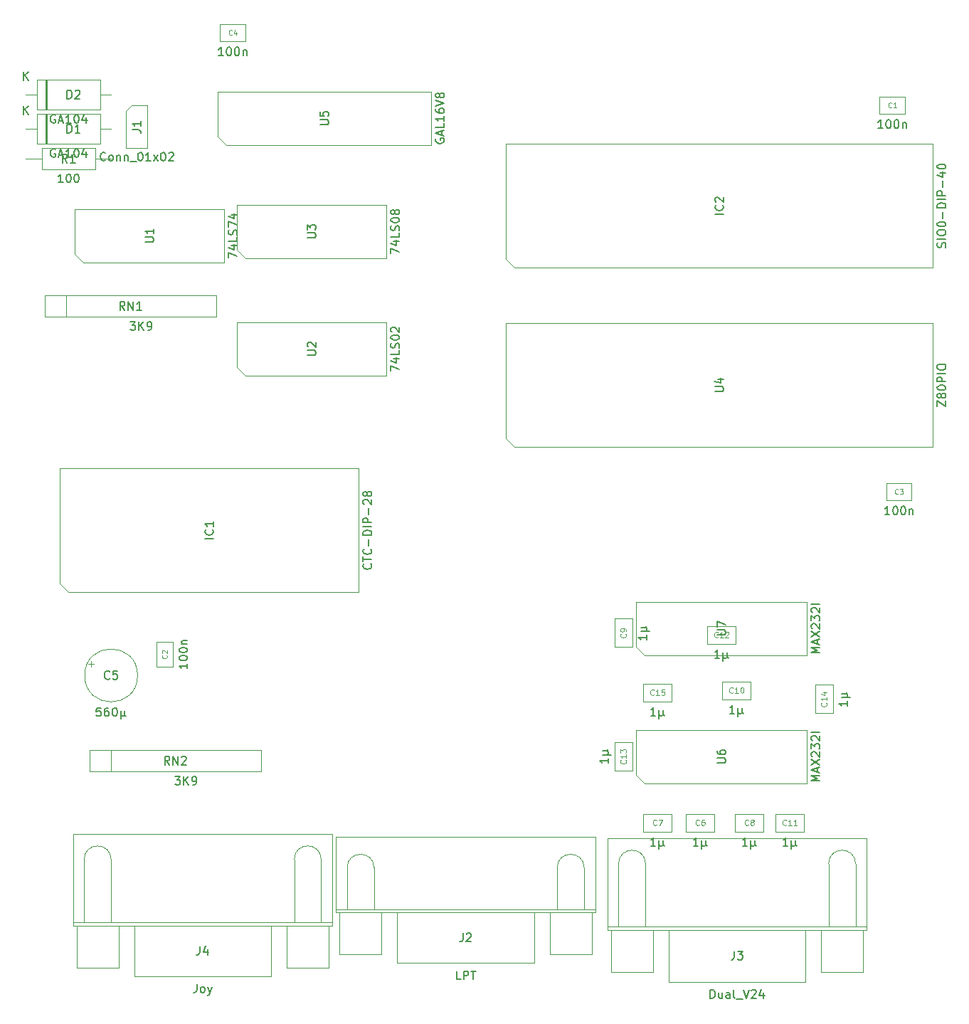
<source format=gbr>
%TF.GenerationSoftware,KiCad,Pcbnew,(5.1.10)-1*%
%TF.CreationDate,2024-03-27T07:56:36+01:00*%
%TF.ProjectId,KIM,4b494d2e-6b69-4636-9164-5f7063625858,rev?*%
%TF.SameCoordinates,Original*%
%TF.FileFunction,Other,Fab,Top*%
%FSLAX46Y46*%
G04 Gerber Fmt 4.6, Leading zero omitted, Abs format (unit mm)*
G04 Created by KiCad (PCBNEW (5.1.10)-1) date 2024-03-27 07:56:36*
%MOMM*%
%LPD*%
G01*
G04 APERTURE LIST*
%ADD10C,0.100000*%
%ADD11C,0.150000*%
%ADD12C,0.090000*%
%ADD13C,0.102000*%
G04 APERTURE END LIST*
D10*
%TO.C,J4*%
X130638000Y-129332000D02*
G75*
G03*
X127438000Y-129332000I-1600000J0D01*
G01*
X105638000Y-129332000D02*
G75*
G03*
X102438000Y-129332000I-1600000J0D01*
G01*
X101113000Y-126332000D02*
X101113000Y-136812000D01*
X101113000Y-136812000D02*
X131963000Y-136812000D01*
X131963000Y-136812000D02*
X131963000Y-126332000D01*
X131963000Y-126332000D02*
X101113000Y-126332000D01*
X101113000Y-136812000D02*
X101113000Y-137212000D01*
X101113000Y-137212000D02*
X131963000Y-137212000D01*
X131963000Y-137212000D02*
X131963000Y-136812000D01*
X131963000Y-136812000D02*
X101113000Y-136812000D01*
X108388000Y-137212000D02*
X108388000Y-143212000D01*
X108388000Y-143212000D02*
X124688000Y-143212000D01*
X124688000Y-143212000D02*
X124688000Y-137212000D01*
X124688000Y-137212000D02*
X108388000Y-137212000D01*
X101538000Y-137212000D02*
X101538000Y-142212000D01*
X101538000Y-142212000D02*
X106538000Y-142212000D01*
X106538000Y-142212000D02*
X106538000Y-137212000D01*
X106538000Y-137212000D02*
X101538000Y-137212000D01*
X126538000Y-137212000D02*
X126538000Y-142212000D01*
X126538000Y-142212000D02*
X131538000Y-142212000D01*
X131538000Y-142212000D02*
X131538000Y-137212000D01*
X131538000Y-137212000D02*
X126538000Y-137212000D01*
X102438000Y-136812000D02*
X102438000Y-129332000D01*
X105638000Y-136812000D02*
X105638000Y-129332000D01*
X127438000Y-136812000D02*
X127438000Y-129332000D01*
X130638000Y-136812000D02*
X130638000Y-129332000D01*
%TO.C,J3*%
X194234000Y-129840000D02*
G75*
G03*
X191034000Y-129840000I-1600000J0D01*
G01*
X169234000Y-129840000D02*
G75*
G03*
X166034000Y-129840000I-1600000J0D01*
G01*
X164709000Y-126840000D02*
X164709000Y-137320000D01*
X164709000Y-137320000D02*
X195559000Y-137320000D01*
X195559000Y-137320000D02*
X195559000Y-126840000D01*
X195559000Y-126840000D02*
X164709000Y-126840000D01*
X164709000Y-137320000D02*
X164709000Y-137720000D01*
X164709000Y-137720000D02*
X195559000Y-137720000D01*
X195559000Y-137720000D02*
X195559000Y-137320000D01*
X195559000Y-137320000D02*
X164709000Y-137320000D01*
X171984000Y-137720000D02*
X171984000Y-143890000D01*
X171984000Y-143890000D02*
X188284000Y-143890000D01*
X188284000Y-143890000D02*
X188284000Y-137720000D01*
X188284000Y-137720000D02*
X171984000Y-137720000D01*
X165134000Y-137720000D02*
X165134000Y-142720000D01*
X165134000Y-142720000D02*
X170134000Y-142720000D01*
X170134000Y-142720000D02*
X170134000Y-137720000D01*
X170134000Y-137720000D02*
X165134000Y-137720000D01*
X190134000Y-137720000D02*
X190134000Y-142720000D01*
X190134000Y-142720000D02*
X195134000Y-142720000D01*
X195134000Y-142720000D02*
X195134000Y-137720000D01*
X195134000Y-137720000D02*
X190134000Y-137720000D01*
X166034000Y-137320000D02*
X166034000Y-129840000D01*
X169234000Y-137320000D02*
X169234000Y-129840000D01*
X191034000Y-137320000D02*
X191034000Y-129840000D01*
X194234000Y-137320000D02*
X194234000Y-129840000D01*
%TO.C,J2*%
X161931000Y-130320000D02*
G75*
G03*
X158731000Y-130320000I-1600000J0D01*
G01*
X136931000Y-130320000D02*
G75*
G03*
X133731000Y-130320000I-1600000J0D01*
G01*
X132406000Y-126660000D02*
X132406000Y-135260000D01*
X132406000Y-135260000D02*
X163256000Y-135260000D01*
X163256000Y-135260000D02*
X163256000Y-126660000D01*
X163256000Y-126660000D02*
X132406000Y-126660000D01*
X132406000Y-135260000D02*
X132406000Y-135660000D01*
X132406000Y-135660000D02*
X163256000Y-135660000D01*
X163256000Y-135660000D02*
X163256000Y-135260000D01*
X163256000Y-135260000D02*
X132406000Y-135260000D01*
X139681000Y-135660000D02*
X139681000Y-141660000D01*
X139681000Y-141660000D02*
X155981000Y-141660000D01*
X155981000Y-141660000D02*
X155981000Y-135660000D01*
X155981000Y-135660000D02*
X139681000Y-135660000D01*
X132831000Y-135660000D02*
X132831000Y-140660000D01*
X132831000Y-140660000D02*
X137831000Y-140660000D01*
X137831000Y-140660000D02*
X137831000Y-135660000D01*
X137831000Y-135660000D02*
X132831000Y-135660000D01*
X157831000Y-135660000D02*
X157831000Y-140660000D01*
X157831000Y-140660000D02*
X162831000Y-140660000D01*
X162831000Y-140660000D02*
X162831000Y-135660000D01*
X162831000Y-135660000D02*
X157831000Y-135660000D01*
X133731000Y-135260000D02*
X133731000Y-130320000D01*
X136931000Y-135260000D02*
X136931000Y-130320000D01*
X158731000Y-135260000D02*
X158731000Y-130320000D01*
X161931000Y-135260000D02*
X161931000Y-130320000D01*
%TO.C,RN2*%
X103104000Y-116352000D02*
X103104000Y-118852000D01*
X103104000Y-118852000D02*
X123464000Y-118852000D01*
X123464000Y-118852000D02*
X123464000Y-116352000D01*
X123464000Y-116352000D02*
X103104000Y-116352000D01*
X105664000Y-116352000D02*
X105664000Y-118852000D01*
%TO.C,J1*%
X108077000Y-39624000D02*
X109982000Y-39624000D01*
X109982000Y-39624000D02*
X109982000Y-44704000D01*
X109982000Y-44704000D02*
X107442000Y-44704000D01*
X107442000Y-44704000D02*
X107442000Y-40259000D01*
X107442000Y-40259000D02*
X108077000Y-39624000D01*
%TO.C,C5*%
X103265028Y-105753500D02*
X103265028Y-106383500D01*
X102950028Y-106068500D02*
X103580028Y-106068500D01*
X108794000Y-107442000D02*
G75*
G03*
X108794000Y-107442000I-3150000J0D01*
G01*
%TO.C,C4*%
X121622000Y-29988000D02*
X118622000Y-29988000D01*
X121622000Y-31988000D02*
X121622000Y-29988000D01*
X118622000Y-31988000D02*
X121622000Y-31988000D01*
X118622000Y-29988000D02*
X118622000Y-31988000D01*
%TO.C,C3*%
X200910000Y-84598000D02*
X197910000Y-84598000D01*
X200910000Y-86598000D02*
X200910000Y-84598000D01*
X197910000Y-86598000D02*
X200910000Y-86598000D01*
X197910000Y-84598000D02*
X197910000Y-86598000D01*
%TO.C,C2*%
X111014000Y-103422000D02*
X111014000Y-106422000D01*
X113014000Y-103422000D02*
X111014000Y-103422000D01*
X113014000Y-106422000D02*
X113014000Y-103422000D01*
X111014000Y-106422000D02*
X113014000Y-106422000D01*
%TO.C,C1*%
X200108000Y-38624000D02*
X197108000Y-38624000D01*
X200108000Y-40624000D02*
X200108000Y-38624000D01*
X197108000Y-40624000D02*
X200108000Y-40624000D01*
X197108000Y-38624000D02*
X197108000Y-40624000D01*
%TO.C,C6*%
X177448000Y-123918000D02*
X174048000Y-123918000D01*
X177448000Y-126018000D02*
X177448000Y-123918000D01*
X174048000Y-126018000D02*
X177448000Y-126018000D01*
X174048000Y-123918000D02*
X174048000Y-126018000D01*
%TO.C,C7*%
X168968000Y-123918000D02*
X168968000Y-126018000D01*
X168968000Y-126018000D02*
X172368000Y-126018000D01*
X172368000Y-126018000D02*
X172368000Y-123918000D01*
X172368000Y-123918000D02*
X168968000Y-123918000D01*
%TO.C,C8*%
X183290000Y-123918000D02*
X179890000Y-123918000D01*
X183290000Y-126018000D02*
X183290000Y-123918000D01*
X179890000Y-126018000D02*
X183290000Y-126018000D01*
X179890000Y-123918000D02*
X179890000Y-126018000D01*
%TO.C,C9*%
X165574000Y-104082000D02*
X167674000Y-104082000D01*
X167674000Y-104082000D02*
X167674000Y-100682000D01*
X167674000Y-100682000D02*
X165574000Y-100682000D01*
X165574000Y-100682000D02*
X165574000Y-104082000D01*
%TO.C,C10*%
X181766000Y-108170000D02*
X178366000Y-108170000D01*
X181766000Y-110270000D02*
X181766000Y-108170000D01*
X178366000Y-110270000D02*
X181766000Y-110270000D01*
X178366000Y-108170000D02*
X178366000Y-110270000D01*
%TO.C,C11*%
X184716000Y-123918000D02*
X184716000Y-126018000D01*
X184716000Y-126018000D02*
X188116000Y-126018000D01*
X188116000Y-126018000D02*
X188116000Y-123918000D01*
X188116000Y-123918000D02*
X184716000Y-123918000D01*
%TO.C,C12*%
X176588000Y-101566000D02*
X176588000Y-103666000D01*
X176588000Y-103666000D02*
X179988000Y-103666000D01*
X179988000Y-103666000D02*
X179988000Y-101566000D01*
X179988000Y-101566000D02*
X176588000Y-101566000D01*
%TO.C,C13*%
X167674000Y-118774000D02*
X167674000Y-115374000D01*
X165574000Y-118774000D02*
X167674000Y-118774000D01*
X165574000Y-115374000D02*
X165574000Y-118774000D01*
X167674000Y-115374000D02*
X165574000Y-115374000D01*
%TO.C,C14*%
X189450000Y-111956000D02*
X191550000Y-111956000D01*
X191550000Y-111956000D02*
X191550000Y-108556000D01*
X191550000Y-108556000D02*
X189450000Y-108556000D01*
X189450000Y-108556000D02*
X189450000Y-111956000D01*
%TO.C,C15*%
X172368000Y-108424000D02*
X168968000Y-108424000D01*
X172368000Y-110524000D02*
X172368000Y-108424000D01*
X168968000Y-110524000D02*
X172368000Y-110524000D01*
X168968000Y-108424000D02*
X168968000Y-110524000D01*
%TO.C,D1*%
X96784000Y-40618000D02*
X96784000Y-44218000D01*
X96784000Y-44218000D02*
X104384000Y-44218000D01*
X104384000Y-44218000D02*
X104384000Y-40618000D01*
X104384000Y-40618000D02*
X96784000Y-40618000D01*
X95504000Y-42418000D02*
X96784000Y-42418000D01*
X105664000Y-42418000D02*
X104384000Y-42418000D01*
X97924000Y-40618000D02*
X97924000Y-44218000D01*
X98024000Y-40618000D02*
X98024000Y-44218000D01*
X97824000Y-40618000D02*
X97824000Y-44218000D01*
%TO.C,D2*%
X97824000Y-36554000D02*
X97824000Y-40154000D01*
X98024000Y-36554000D02*
X98024000Y-40154000D01*
X97924000Y-36554000D02*
X97924000Y-40154000D01*
X105664000Y-38354000D02*
X104384000Y-38354000D01*
X95504000Y-38354000D02*
X96784000Y-38354000D01*
X104384000Y-36554000D02*
X96784000Y-36554000D01*
X104384000Y-40154000D02*
X104384000Y-36554000D01*
X96784000Y-40154000D02*
X104384000Y-40154000D01*
X96784000Y-36554000D02*
X96784000Y-40154000D01*
%TO.C,IC1*%
X99568000Y-96535000D02*
X99568000Y-82805000D01*
X99568000Y-82805000D02*
X135128000Y-82805000D01*
X135128000Y-82805000D02*
X135128000Y-97535000D01*
X135128000Y-97535000D02*
X100568000Y-97535000D01*
X100568000Y-97535000D02*
X99568000Y-96535000D01*
%TO.C,IC2*%
X152654000Y-57927000D02*
X152654000Y-44197000D01*
X152654000Y-44197000D02*
X203454000Y-44197000D01*
X203454000Y-44197000D02*
X203454000Y-58927000D01*
X203454000Y-58927000D02*
X153654000Y-58927000D01*
X153654000Y-58927000D02*
X152654000Y-57927000D01*
%TO.C,R1*%
X97434000Y-44724000D02*
X97434000Y-47224000D01*
X97434000Y-47224000D02*
X103734000Y-47224000D01*
X103734000Y-47224000D02*
X103734000Y-44724000D01*
X103734000Y-44724000D02*
X97434000Y-44724000D01*
X95504000Y-45974000D02*
X97434000Y-45974000D01*
X105664000Y-45974000D02*
X103734000Y-45974000D01*
%TO.C,RN1*%
X97770000Y-62250000D02*
X97770000Y-64750000D01*
X97770000Y-64750000D02*
X118130000Y-64750000D01*
X118130000Y-64750000D02*
X118130000Y-62250000D01*
X118130000Y-62250000D02*
X97770000Y-62250000D01*
X100330000Y-62250000D02*
X100330000Y-64750000D01*
%TO.C,U1*%
X101346000Y-57293000D02*
X101346000Y-51943000D01*
X101346000Y-51943000D02*
X119126000Y-51943000D01*
X119126000Y-51943000D02*
X119126000Y-58293000D01*
X119126000Y-58293000D02*
X102346000Y-58293000D01*
X102346000Y-58293000D02*
X101346000Y-57293000D01*
%TO.C,U2*%
X121650000Y-71755000D02*
X120650000Y-70755000D01*
X138430000Y-71755000D02*
X121650000Y-71755000D01*
X138430000Y-65405000D02*
X138430000Y-71755000D01*
X120650000Y-65405000D02*
X138430000Y-65405000D01*
X120650000Y-70755000D02*
X120650000Y-65405000D01*
%TO.C,U3*%
X120650000Y-56785000D02*
X120650000Y-51435000D01*
X120650000Y-51435000D02*
X138430000Y-51435000D01*
X138430000Y-51435000D02*
X138430000Y-57785000D01*
X138430000Y-57785000D02*
X121650000Y-57785000D01*
X121650000Y-57785000D02*
X120650000Y-56785000D01*
%TO.C,U4*%
X153654000Y-80263000D02*
X152654000Y-79263000D01*
X203454000Y-80263000D02*
X153654000Y-80263000D01*
X203454000Y-65533000D02*
X203454000Y-80263000D01*
X152654000Y-65533000D02*
X203454000Y-65533000D01*
X152654000Y-79263000D02*
X152654000Y-65533000D01*
%TO.C,U5*%
X118364000Y-43323000D02*
X118364000Y-37973000D01*
X118364000Y-37973000D02*
X143764000Y-37973000D01*
X143764000Y-37973000D02*
X143764000Y-44323000D01*
X143764000Y-44323000D02*
X119364000Y-44323000D01*
X119364000Y-44323000D02*
X118364000Y-43323000D01*
%TO.C,U6*%
X168148000Y-119269000D02*
X168148000Y-113919000D01*
X168148000Y-113919000D02*
X188468000Y-113919000D01*
X188468000Y-113919000D02*
X188468000Y-120269000D01*
X188468000Y-120269000D02*
X169148000Y-120269000D01*
X169148000Y-120269000D02*
X168148000Y-119269000D01*
%TO.C,U7*%
X169148000Y-105029000D02*
X168148000Y-104029000D01*
X188468000Y-105029000D02*
X169148000Y-105029000D01*
X188468000Y-98679000D02*
X188468000Y-105029000D01*
X168148000Y-98679000D02*
X188468000Y-98679000D01*
X168148000Y-104029000D02*
X168148000Y-98679000D01*
%TD*%
%TO.C,J4*%
D11*
X115847523Y-144164380D02*
X115847523Y-144878666D01*
X115799904Y-145021523D01*
X115704666Y-145116761D01*
X115561809Y-145164380D01*
X115466571Y-145164380D01*
X116466571Y-145164380D02*
X116371333Y-145116761D01*
X116323714Y-145069142D01*
X116276095Y-144973904D01*
X116276095Y-144688190D01*
X116323714Y-144592952D01*
X116371333Y-144545333D01*
X116466571Y-144497714D01*
X116609428Y-144497714D01*
X116704666Y-144545333D01*
X116752285Y-144592952D01*
X116799904Y-144688190D01*
X116799904Y-144973904D01*
X116752285Y-145069142D01*
X116704666Y-145116761D01*
X116609428Y-145164380D01*
X116466571Y-145164380D01*
X117133238Y-144497714D02*
X117371333Y-145164380D01*
X117609428Y-144497714D02*
X117371333Y-145164380D01*
X117276095Y-145402476D01*
X117228476Y-145450095D01*
X117133238Y-145497714D01*
X116204666Y-139664380D02*
X116204666Y-140378666D01*
X116157047Y-140521523D01*
X116061809Y-140616761D01*
X115918952Y-140664380D01*
X115823714Y-140664380D01*
X117109428Y-139997714D02*
X117109428Y-140664380D01*
X116871333Y-139616761D02*
X116633238Y-140331047D01*
X117252285Y-140331047D01*
%TO.C,J3*%
X176943523Y-145842380D02*
X176943523Y-144842380D01*
X177181619Y-144842380D01*
X177324476Y-144890000D01*
X177419714Y-144985238D01*
X177467333Y-145080476D01*
X177514952Y-145270952D01*
X177514952Y-145413809D01*
X177467333Y-145604285D01*
X177419714Y-145699523D01*
X177324476Y-145794761D01*
X177181619Y-145842380D01*
X176943523Y-145842380D01*
X178372095Y-145175714D02*
X178372095Y-145842380D01*
X177943523Y-145175714D02*
X177943523Y-145699523D01*
X177991142Y-145794761D01*
X178086380Y-145842380D01*
X178229238Y-145842380D01*
X178324476Y-145794761D01*
X178372095Y-145747142D01*
X179276857Y-145842380D02*
X179276857Y-145318571D01*
X179229238Y-145223333D01*
X179134000Y-145175714D01*
X178943523Y-145175714D01*
X178848285Y-145223333D01*
X179276857Y-145794761D02*
X179181619Y-145842380D01*
X178943523Y-145842380D01*
X178848285Y-145794761D01*
X178800666Y-145699523D01*
X178800666Y-145604285D01*
X178848285Y-145509047D01*
X178943523Y-145461428D01*
X179181619Y-145461428D01*
X179276857Y-145413809D01*
X179895904Y-145842380D02*
X179800666Y-145794761D01*
X179753047Y-145699523D01*
X179753047Y-144842380D01*
X180038761Y-145937619D02*
X180800666Y-145937619D01*
X180895904Y-144842380D02*
X181229238Y-145842380D01*
X181562571Y-144842380D01*
X181848285Y-144937619D02*
X181895904Y-144890000D01*
X181991142Y-144842380D01*
X182229238Y-144842380D01*
X182324476Y-144890000D01*
X182372095Y-144937619D01*
X182419714Y-145032857D01*
X182419714Y-145128095D01*
X182372095Y-145270952D01*
X181800666Y-145842380D01*
X182419714Y-145842380D01*
X183276857Y-145175714D02*
X183276857Y-145842380D01*
X183038761Y-144794761D02*
X182800666Y-145509047D01*
X183419714Y-145509047D01*
X179800666Y-140257380D02*
X179800666Y-140971666D01*
X179753047Y-141114523D01*
X179657809Y-141209761D01*
X179514952Y-141257380D01*
X179419714Y-141257380D01*
X180181619Y-140257380D02*
X180800666Y-140257380D01*
X180467333Y-140638333D01*
X180610190Y-140638333D01*
X180705428Y-140685952D01*
X180753047Y-140733571D01*
X180800666Y-140828809D01*
X180800666Y-141066904D01*
X180753047Y-141162142D01*
X180705428Y-141209761D01*
X180610190Y-141257380D01*
X180324476Y-141257380D01*
X180229238Y-141209761D01*
X180181619Y-141162142D01*
%TO.C,J2*%
X147259571Y-143612380D02*
X146783380Y-143612380D01*
X146783380Y-142612380D01*
X147592904Y-143612380D02*
X147592904Y-142612380D01*
X147973857Y-142612380D01*
X148069095Y-142660000D01*
X148116714Y-142707619D01*
X148164333Y-142802857D01*
X148164333Y-142945714D01*
X148116714Y-143040952D01*
X148069095Y-143088571D01*
X147973857Y-143136190D01*
X147592904Y-143136190D01*
X148450047Y-142612380D02*
X149021476Y-142612380D01*
X148735761Y-143612380D02*
X148735761Y-142612380D01*
X147497666Y-138112380D02*
X147497666Y-138826666D01*
X147450047Y-138969523D01*
X147354809Y-139064761D01*
X147211952Y-139112380D01*
X147116714Y-139112380D01*
X147926238Y-138207619D02*
X147973857Y-138160000D01*
X148069095Y-138112380D01*
X148307190Y-138112380D01*
X148402428Y-138160000D01*
X148450047Y-138207619D01*
X148497666Y-138302857D01*
X148497666Y-138398095D01*
X148450047Y-138540952D01*
X147878619Y-139112380D01*
X148497666Y-139112380D01*
%TO.C,RN2*%
X113244476Y-119454380D02*
X113863523Y-119454380D01*
X113530190Y-119835333D01*
X113673047Y-119835333D01*
X113768285Y-119882952D01*
X113815904Y-119930571D01*
X113863523Y-120025809D01*
X113863523Y-120263904D01*
X113815904Y-120359142D01*
X113768285Y-120406761D01*
X113673047Y-120454380D01*
X113387333Y-120454380D01*
X113292095Y-120406761D01*
X113244476Y-120359142D01*
X114292095Y-120454380D02*
X114292095Y-119454380D01*
X114863523Y-120454380D02*
X114434952Y-119882952D01*
X114863523Y-119454380D02*
X114292095Y-120025809D01*
X115339714Y-120454380D02*
X115530190Y-120454380D01*
X115625428Y-120406761D01*
X115673047Y-120359142D01*
X115768285Y-120216285D01*
X115815904Y-120025809D01*
X115815904Y-119644857D01*
X115768285Y-119549619D01*
X115720666Y-119502000D01*
X115625428Y-119454380D01*
X115434952Y-119454380D01*
X115339714Y-119502000D01*
X115292095Y-119549619D01*
X115244476Y-119644857D01*
X115244476Y-119882952D01*
X115292095Y-119978190D01*
X115339714Y-120025809D01*
X115434952Y-120073428D01*
X115625428Y-120073428D01*
X115720666Y-120025809D01*
X115768285Y-119978190D01*
X115815904Y-119882952D01*
X112593523Y-118054380D02*
X112260190Y-117578190D01*
X112022095Y-118054380D02*
X112022095Y-117054380D01*
X112403047Y-117054380D01*
X112498285Y-117102000D01*
X112545904Y-117149619D01*
X112593523Y-117244857D01*
X112593523Y-117387714D01*
X112545904Y-117482952D01*
X112498285Y-117530571D01*
X112403047Y-117578190D01*
X112022095Y-117578190D01*
X113022095Y-118054380D02*
X113022095Y-117054380D01*
X113593523Y-118054380D01*
X113593523Y-117054380D01*
X114022095Y-117149619D02*
X114069714Y-117102000D01*
X114164952Y-117054380D01*
X114403047Y-117054380D01*
X114498285Y-117102000D01*
X114545904Y-117149619D01*
X114593523Y-117244857D01*
X114593523Y-117340095D01*
X114545904Y-117482952D01*
X113974476Y-118054380D01*
X114593523Y-118054380D01*
%TO.C,J1*%
X104973904Y-46121142D02*
X104926285Y-46168761D01*
X104783428Y-46216380D01*
X104688190Y-46216380D01*
X104545333Y-46168761D01*
X104450095Y-46073523D01*
X104402476Y-45978285D01*
X104354857Y-45787809D01*
X104354857Y-45644952D01*
X104402476Y-45454476D01*
X104450095Y-45359238D01*
X104545333Y-45264000D01*
X104688190Y-45216380D01*
X104783428Y-45216380D01*
X104926285Y-45264000D01*
X104973904Y-45311619D01*
X105545333Y-46216380D02*
X105450095Y-46168761D01*
X105402476Y-46121142D01*
X105354857Y-46025904D01*
X105354857Y-45740190D01*
X105402476Y-45644952D01*
X105450095Y-45597333D01*
X105545333Y-45549714D01*
X105688190Y-45549714D01*
X105783428Y-45597333D01*
X105831047Y-45644952D01*
X105878666Y-45740190D01*
X105878666Y-46025904D01*
X105831047Y-46121142D01*
X105783428Y-46168761D01*
X105688190Y-46216380D01*
X105545333Y-46216380D01*
X106307238Y-45549714D02*
X106307238Y-46216380D01*
X106307238Y-45644952D02*
X106354857Y-45597333D01*
X106450095Y-45549714D01*
X106592952Y-45549714D01*
X106688190Y-45597333D01*
X106735809Y-45692571D01*
X106735809Y-46216380D01*
X107212000Y-45549714D02*
X107212000Y-46216380D01*
X107212000Y-45644952D02*
X107259619Y-45597333D01*
X107354857Y-45549714D01*
X107497714Y-45549714D01*
X107592952Y-45597333D01*
X107640571Y-45692571D01*
X107640571Y-46216380D01*
X107878666Y-46311619D02*
X108640571Y-46311619D01*
X109069142Y-45216380D02*
X109164380Y-45216380D01*
X109259619Y-45264000D01*
X109307238Y-45311619D01*
X109354857Y-45406857D01*
X109402476Y-45597333D01*
X109402476Y-45835428D01*
X109354857Y-46025904D01*
X109307238Y-46121142D01*
X109259619Y-46168761D01*
X109164380Y-46216380D01*
X109069142Y-46216380D01*
X108973904Y-46168761D01*
X108926285Y-46121142D01*
X108878666Y-46025904D01*
X108831047Y-45835428D01*
X108831047Y-45597333D01*
X108878666Y-45406857D01*
X108926285Y-45311619D01*
X108973904Y-45264000D01*
X109069142Y-45216380D01*
X110354857Y-46216380D02*
X109783428Y-46216380D01*
X110069142Y-46216380D02*
X110069142Y-45216380D01*
X109973904Y-45359238D01*
X109878666Y-45454476D01*
X109783428Y-45502095D01*
X110688190Y-46216380D02*
X111212000Y-45549714D01*
X110688190Y-45549714D02*
X111212000Y-46216380D01*
X111783428Y-45216380D02*
X111878666Y-45216380D01*
X111973904Y-45264000D01*
X112021523Y-45311619D01*
X112069142Y-45406857D01*
X112116761Y-45597333D01*
X112116761Y-45835428D01*
X112069142Y-46025904D01*
X112021523Y-46121142D01*
X111973904Y-46168761D01*
X111878666Y-46216380D01*
X111783428Y-46216380D01*
X111688190Y-46168761D01*
X111640571Y-46121142D01*
X111592952Y-46025904D01*
X111545333Y-45835428D01*
X111545333Y-45597333D01*
X111592952Y-45406857D01*
X111640571Y-45311619D01*
X111688190Y-45264000D01*
X111783428Y-45216380D01*
X112497714Y-45311619D02*
X112545333Y-45264000D01*
X112640571Y-45216380D01*
X112878666Y-45216380D01*
X112973904Y-45264000D01*
X113021523Y-45311619D01*
X113069142Y-45406857D01*
X113069142Y-45502095D01*
X113021523Y-45644952D01*
X112450095Y-46216380D01*
X113069142Y-46216380D01*
X108164380Y-42497333D02*
X108878666Y-42497333D01*
X109021523Y-42544952D01*
X109116761Y-42640190D01*
X109164380Y-42783047D01*
X109164380Y-42878285D01*
X109164380Y-41497333D02*
X109164380Y-42068761D01*
X109164380Y-41783047D02*
X108164380Y-41783047D01*
X108307238Y-41878285D01*
X108402476Y-41973523D01*
X108450095Y-42068761D01*
%TO.C,C5*%
X104405904Y-111294380D02*
X103929714Y-111294380D01*
X103882095Y-111770571D01*
X103929714Y-111722952D01*
X104024952Y-111675333D01*
X104263047Y-111675333D01*
X104358285Y-111722952D01*
X104405904Y-111770571D01*
X104453523Y-111865809D01*
X104453523Y-112103904D01*
X104405904Y-112199142D01*
X104358285Y-112246761D01*
X104263047Y-112294380D01*
X104024952Y-112294380D01*
X103929714Y-112246761D01*
X103882095Y-112199142D01*
X105310666Y-111294380D02*
X105120190Y-111294380D01*
X105024952Y-111342000D01*
X104977333Y-111389619D01*
X104882095Y-111532476D01*
X104834476Y-111722952D01*
X104834476Y-112103904D01*
X104882095Y-112199142D01*
X104929714Y-112246761D01*
X105024952Y-112294380D01*
X105215428Y-112294380D01*
X105310666Y-112246761D01*
X105358285Y-112199142D01*
X105405904Y-112103904D01*
X105405904Y-111865809D01*
X105358285Y-111770571D01*
X105310666Y-111722952D01*
X105215428Y-111675333D01*
X105024952Y-111675333D01*
X104929714Y-111722952D01*
X104882095Y-111770571D01*
X104834476Y-111865809D01*
X106024952Y-111294380D02*
X106120190Y-111294380D01*
X106215428Y-111342000D01*
X106263047Y-111389619D01*
X106310666Y-111484857D01*
X106358285Y-111675333D01*
X106358285Y-111913428D01*
X106310666Y-112103904D01*
X106263047Y-112199142D01*
X106215428Y-112246761D01*
X106120190Y-112294380D01*
X106024952Y-112294380D01*
X105929714Y-112246761D01*
X105882095Y-112199142D01*
X105834476Y-112103904D01*
X105786857Y-111913428D01*
X105786857Y-111675333D01*
X105834476Y-111484857D01*
X105882095Y-111389619D01*
X105929714Y-111342000D01*
X106024952Y-111294380D01*
X106786857Y-111627714D02*
X106786857Y-112627714D01*
X107263047Y-112151523D02*
X107310666Y-112246761D01*
X107405904Y-112294380D01*
X106786857Y-112151523D02*
X106834476Y-112246761D01*
X106929714Y-112294380D01*
X107120190Y-112294380D01*
X107215428Y-112246761D01*
X107263047Y-112151523D01*
X107263047Y-111627714D01*
X105477333Y-107799142D02*
X105429714Y-107846761D01*
X105286857Y-107894380D01*
X105191619Y-107894380D01*
X105048761Y-107846761D01*
X104953523Y-107751523D01*
X104905904Y-107656285D01*
X104858285Y-107465809D01*
X104858285Y-107322952D01*
X104905904Y-107132476D01*
X104953523Y-107037238D01*
X105048761Y-106942000D01*
X105191619Y-106894380D01*
X105286857Y-106894380D01*
X105429714Y-106942000D01*
X105477333Y-106989619D01*
X106382095Y-106894380D02*
X105905904Y-106894380D01*
X105858285Y-107370571D01*
X105905904Y-107322952D01*
X106001142Y-107275333D01*
X106239238Y-107275333D01*
X106334476Y-107322952D01*
X106382095Y-107370571D01*
X106429714Y-107465809D01*
X106429714Y-107703904D01*
X106382095Y-107799142D01*
X106334476Y-107846761D01*
X106239238Y-107894380D01*
X106001142Y-107894380D01*
X105905904Y-107846761D01*
X105858285Y-107799142D01*
%TO.C,C4*%
X119002952Y-33690380D02*
X118431523Y-33690380D01*
X118717238Y-33690380D02*
X118717238Y-32690380D01*
X118622000Y-32833238D01*
X118526761Y-32928476D01*
X118431523Y-32976095D01*
X119622000Y-32690380D02*
X119717238Y-32690380D01*
X119812476Y-32738000D01*
X119860095Y-32785619D01*
X119907714Y-32880857D01*
X119955333Y-33071333D01*
X119955333Y-33309428D01*
X119907714Y-33499904D01*
X119860095Y-33595142D01*
X119812476Y-33642761D01*
X119717238Y-33690380D01*
X119622000Y-33690380D01*
X119526761Y-33642761D01*
X119479142Y-33595142D01*
X119431523Y-33499904D01*
X119383904Y-33309428D01*
X119383904Y-33071333D01*
X119431523Y-32880857D01*
X119479142Y-32785619D01*
X119526761Y-32738000D01*
X119622000Y-32690380D01*
X120574380Y-32690380D02*
X120669619Y-32690380D01*
X120764857Y-32738000D01*
X120812476Y-32785619D01*
X120860095Y-32880857D01*
X120907714Y-33071333D01*
X120907714Y-33309428D01*
X120860095Y-33499904D01*
X120812476Y-33595142D01*
X120764857Y-33642761D01*
X120669619Y-33690380D01*
X120574380Y-33690380D01*
X120479142Y-33642761D01*
X120431523Y-33595142D01*
X120383904Y-33499904D01*
X120336285Y-33309428D01*
X120336285Y-33071333D01*
X120383904Y-32880857D01*
X120431523Y-32785619D01*
X120479142Y-32738000D01*
X120574380Y-32690380D01*
X121336285Y-33023714D02*
X121336285Y-33690380D01*
X121336285Y-33118952D02*
X121383904Y-33071333D01*
X121479142Y-33023714D01*
X121622000Y-33023714D01*
X121717238Y-33071333D01*
X121764857Y-33166571D01*
X121764857Y-33690380D01*
D12*
X120022000Y-31202285D02*
X119993428Y-31230857D01*
X119907714Y-31259428D01*
X119850571Y-31259428D01*
X119764857Y-31230857D01*
X119707714Y-31173714D01*
X119679142Y-31116571D01*
X119650571Y-31002285D01*
X119650571Y-30916571D01*
X119679142Y-30802285D01*
X119707714Y-30745142D01*
X119764857Y-30688000D01*
X119850571Y-30659428D01*
X119907714Y-30659428D01*
X119993428Y-30688000D01*
X120022000Y-30716571D01*
X120536285Y-30859428D02*
X120536285Y-31259428D01*
X120393428Y-30630857D02*
X120250571Y-31059428D01*
X120622000Y-31059428D01*
%TO.C,C3*%
D11*
X198290952Y-88300380D02*
X197719523Y-88300380D01*
X198005238Y-88300380D02*
X198005238Y-87300380D01*
X197910000Y-87443238D01*
X197814761Y-87538476D01*
X197719523Y-87586095D01*
X198910000Y-87300380D02*
X199005238Y-87300380D01*
X199100476Y-87348000D01*
X199148095Y-87395619D01*
X199195714Y-87490857D01*
X199243333Y-87681333D01*
X199243333Y-87919428D01*
X199195714Y-88109904D01*
X199148095Y-88205142D01*
X199100476Y-88252761D01*
X199005238Y-88300380D01*
X198910000Y-88300380D01*
X198814761Y-88252761D01*
X198767142Y-88205142D01*
X198719523Y-88109904D01*
X198671904Y-87919428D01*
X198671904Y-87681333D01*
X198719523Y-87490857D01*
X198767142Y-87395619D01*
X198814761Y-87348000D01*
X198910000Y-87300380D01*
X199862380Y-87300380D02*
X199957619Y-87300380D01*
X200052857Y-87348000D01*
X200100476Y-87395619D01*
X200148095Y-87490857D01*
X200195714Y-87681333D01*
X200195714Y-87919428D01*
X200148095Y-88109904D01*
X200100476Y-88205142D01*
X200052857Y-88252761D01*
X199957619Y-88300380D01*
X199862380Y-88300380D01*
X199767142Y-88252761D01*
X199719523Y-88205142D01*
X199671904Y-88109904D01*
X199624285Y-87919428D01*
X199624285Y-87681333D01*
X199671904Y-87490857D01*
X199719523Y-87395619D01*
X199767142Y-87348000D01*
X199862380Y-87300380D01*
X200624285Y-87633714D02*
X200624285Y-88300380D01*
X200624285Y-87728952D02*
X200671904Y-87681333D01*
X200767142Y-87633714D01*
X200910000Y-87633714D01*
X201005238Y-87681333D01*
X201052857Y-87776571D01*
X201052857Y-88300380D01*
D12*
X199310000Y-85812285D02*
X199281428Y-85840857D01*
X199195714Y-85869428D01*
X199138571Y-85869428D01*
X199052857Y-85840857D01*
X198995714Y-85783714D01*
X198967142Y-85726571D01*
X198938571Y-85612285D01*
X198938571Y-85526571D01*
X198967142Y-85412285D01*
X198995714Y-85355142D01*
X199052857Y-85298000D01*
X199138571Y-85269428D01*
X199195714Y-85269428D01*
X199281428Y-85298000D01*
X199310000Y-85326571D01*
X199510000Y-85269428D02*
X199881428Y-85269428D01*
X199681428Y-85498000D01*
X199767142Y-85498000D01*
X199824285Y-85526571D01*
X199852857Y-85555142D01*
X199881428Y-85612285D01*
X199881428Y-85755142D01*
X199852857Y-85812285D01*
X199824285Y-85840857D01*
X199767142Y-85869428D01*
X199595714Y-85869428D01*
X199538571Y-85840857D01*
X199510000Y-85812285D01*
%TO.C,C2*%
D11*
X114716380Y-106041047D02*
X114716380Y-106612476D01*
X114716380Y-106326761D02*
X113716380Y-106326761D01*
X113859238Y-106422000D01*
X113954476Y-106517238D01*
X114002095Y-106612476D01*
X113716380Y-105422000D02*
X113716380Y-105326761D01*
X113764000Y-105231523D01*
X113811619Y-105183904D01*
X113906857Y-105136285D01*
X114097333Y-105088666D01*
X114335428Y-105088666D01*
X114525904Y-105136285D01*
X114621142Y-105183904D01*
X114668761Y-105231523D01*
X114716380Y-105326761D01*
X114716380Y-105422000D01*
X114668761Y-105517238D01*
X114621142Y-105564857D01*
X114525904Y-105612476D01*
X114335428Y-105660095D01*
X114097333Y-105660095D01*
X113906857Y-105612476D01*
X113811619Y-105564857D01*
X113764000Y-105517238D01*
X113716380Y-105422000D01*
X113716380Y-104469619D02*
X113716380Y-104374380D01*
X113764000Y-104279142D01*
X113811619Y-104231523D01*
X113906857Y-104183904D01*
X114097333Y-104136285D01*
X114335428Y-104136285D01*
X114525904Y-104183904D01*
X114621142Y-104231523D01*
X114668761Y-104279142D01*
X114716380Y-104374380D01*
X114716380Y-104469619D01*
X114668761Y-104564857D01*
X114621142Y-104612476D01*
X114525904Y-104660095D01*
X114335428Y-104707714D01*
X114097333Y-104707714D01*
X113906857Y-104660095D01*
X113811619Y-104612476D01*
X113764000Y-104564857D01*
X113716380Y-104469619D01*
X114049714Y-103707714D02*
X114716380Y-103707714D01*
X114144952Y-103707714D02*
X114097333Y-103660095D01*
X114049714Y-103564857D01*
X114049714Y-103422000D01*
X114097333Y-103326761D01*
X114192571Y-103279142D01*
X114716380Y-103279142D01*
D12*
X112228285Y-105022000D02*
X112256857Y-105050571D01*
X112285428Y-105136285D01*
X112285428Y-105193428D01*
X112256857Y-105279142D01*
X112199714Y-105336285D01*
X112142571Y-105364857D01*
X112028285Y-105393428D01*
X111942571Y-105393428D01*
X111828285Y-105364857D01*
X111771142Y-105336285D01*
X111714000Y-105279142D01*
X111685428Y-105193428D01*
X111685428Y-105136285D01*
X111714000Y-105050571D01*
X111742571Y-105022000D01*
X111742571Y-104793428D02*
X111714000Y-104764857D01*
X111685428Y-104707714D01*
X111685428Y-104564857D01*
X111714000Y-104507714D01*
X111742571Y-104479142D01*
X111799714Y-104450571D01*
X111856857Y-104450571D01*
X111942571Y-104479142D01*
X112285428Y-104822000D01*
X112285428Y-104450571D01*
%TO.C,C1*%
D11*
X197488952Y-42326380D02*
X196917523Y-42326380D01*
X197203238Y-42326380D02*
X197203238Y-41326380D01*
X197108000Y-41469238D01*
X197012761Y-41564476D01*
X196917523Y-41612095D01*
X198108000Y-41326380D02*
X198203238Y-41326380D01*
X198298476Y-41374000D01*
X198346095Y-41421619D01*
X198393714Y-41516857D01*
X198441333Y-41707333D01*
X198441333Y-41945428D01*
X198393714Y-42135904D01*
X198346095Y-42231142D01*
X198298476Y-42278761D01*
X198203238Y-42326380D01*
X198108000Y-42326380D01*
X198012761Y-42278761D01*
X197965142Y-42231142D01*
X197917523Y-42135904D01*
X197869904Y-41945428D01*
X197869904Y-41707333D01*
X197917523Y-41516857D01*
X197965142Y-41421619D01*
X198012761Y-41374000D01*
X198108000Y-41326380D01*
X199060380Y-41326380D02*
X199155619Y-41326380D01*
X199250857Y-41374000D01*
X199298476Y-41421619D01*
X199346095Y-41516857D01*
X199393714Y-41707333D01*
X199393714Y-41945428D01*
X199346095Y-42135904D01*
X199298476Y-42231142D01*
X199250857Y-42278761D01*
X199155619Y-42326380D01*
X199060380Y-42326380D01*
X198965142Y-42278761D01*
X198917523Y-42231142D01*
X198869904Y-42135904D01*
X198822285Y-41945428D01*
X198822285Y-41707333D01*
X198869904Y-41516857D01*
X198917523Y-41421619D01*
X198965142Y-41374000D01*
X199060380Y-41326380D01*
X199822285Y-41659714D02*
X199822285Y-42326380D01*
X199822285Y-41754952D02*
X199869904Y-41707333D01*
X199965142Y-41659714D01*
X200108000Y-41659714D01*
X200203238Y-41707333D01*
X200250857Y-41802571D01*
X200250857Y-42326380D01*
D12*
X198508000Y-39838285D02*
X198479428Y-39866857D01*
X198393714Y-39895428D01*
X198336571Y-39895428D01*
X198250857Y-39866857D01*
X198193714Y-39809714D01*
X198165142Y-39752571D01*
X198136571Y-39638285D01*
X198136571Y-39552571D01*
X198165142Y-39438285D01*
X198193714Y-39381142D01*
X198250857Y-39324000D01*
X198336571Y-39295428D01*
X198393714Y-39295428D01*
X198479428Y-39324000D01*
X198508000Y-39352571D01*
X199079428Y-39895428D02*
X198736571Y-39895428D01*
X198908000Y-39895428D02*
X198908000Y-39295428D01*
X198850857Y-39381142D01*
X198793714Y-39438285D01*
X198736571Y-39466857D01*
%TO.C,C6*%
D11*
X175509904Y-127720380D02*
X174938476Y-127720380D01*
X175224190Y-127720380D02*
X175224190Y-126720380D01*
X175128952Y-126863238D01*
X175033714Y-126958476D01*
X174938476Y-127006095D01*
X175938476Y-127053714D02*
X175938476Y-128053714D01*
X176414666Y-127577523D02*
X176462285Y-127672761D01*
X176557523Y-127720380D01*
X175938476Y-127577523D02*
X175986095Y-127672761D01*
X176081333Y-127720380D01*
X176271809Y-127720380D01*
X176367047Y-127672761D01*
X176414666Y-127577523D01*
X176414666Y-127053714D01*
D13*
X175634666Y-125210857D02*
X175602285Y-125243238D01*
X175505142Y-125275619D01*
X175440380Y-125275619D01*
X175343238Y-125243238D01*
X175278476Y-125178476D01*
X175246095Y-125113714D01*
X175213714Y-124984190D01*
X175213714Y-124887047D01*
X175246095Y-124757523D01*
X175278476Y-124692761D01*
X175343238Y-124628000D01*
X175440380Y-124595619D01*
X175505142Y-124595619D01*
X175602285Y-124628000D01*
X175634666Y-124660380D01*
X176217523Y-124595619D02*
X176088000Y-124595619D01*
X176023238Y-124628000D01*
X175990857Y-124660380D01*
X175926095Y-124757523D01*
X175893714Y-124887047D01*
X175893714Y-125146095D01*
X175926095Y-125210857D01*
X175958476Y-125243238D01*
X176023238Y-125275619D01*
X176152761Y-125275619D01*
X176217523Y-125243238D01*
X176249904Y-125210857D01*
X176282285Y-125146095D01*
X176282285Y-124984190D01*
X176249904Y-124919428D01*
X176217523Y-124887047D01*
X176152761Y-124854666D01*
X176023238Y-124854666D01*
X175958476Y-124887047D01*
X175926095Y-124919428D01*
X175893714Y-124984190D01*
%TO.C,C7*%
D11*
X170429904Y-127720380D02*
X169858476Y-127720380D01*
X170144190Y-127720380D02*
X170144190Y-126720380D01*
X170048952Y-126863238D01*
X169953714Y-126958476D01*
X169858476Y-127006095D01*
X170858476Y-127053714D02*
X170858476Y-128053714D01*
X171334666Y-127577523D02*
X171382285Y-127672761D01*
X171477523Y-127720380D01*
X170858476Y-127577523D02*
X170906095Y-127672761D01*
X171001333Y-127720380D01*
X171191809Y-127720380D01*
X171287047Y-127672761D01*
X171334666Y-127577523D01*
X171334666Y-127053714D01*
D13*
X170554666Y-125210857D02*
X170522285Y-125243238D01*
X170425142Y-125275619D01*
X170360380Y-125275619D01*
X170263238Y-125243238D01*
X170198476Y-125178476D01*
X170166095Y-125113714D01*
X170133714Y-124984190D01*
X170133714Y-124887047D01*
X170166095Y-124757523D01*
X170198476Y-124692761D01*
X170263238Y-124628000D01*
X170360380Y-124595619D01*
X170425142Y-124595619D01*
X170522285Y-124628000D01*
X170554666Y-124660380D01*
X170781333Y-124595619D02*
X171234666Y-124595619D01*
X170943238Y-125275619D01*
%TO.C,C8*%
D11*
X181351904Y-127720380D02*
X180780476Y-127720380D01*
X181066190Y-127720380D02*
X181066190Y-126720380D01*
X180970952Y-126863238D01*
X180875714Y-126958476D01*
X180780476Y-127006095D01*
X181780476Y-127053714D02*
X181780476Y-128053714D01*
X182256666Y-127577523D02*
X182304285Y-127672761D01*
X182399523Y-127720380D01*
X181780476Y-127577523D02*
X181828095Y-127672761D01*
X181923333Y-127720380D01*
X182113809Y-127720380D01*
X182209047Y-127672761D01*
X182256666Y-127577523D01*
X182256666Y-127053714D01*
D13*
X181476666Y-125210857D02*
X181444285Y-125243238D01*
X181347142Y-125275619D01*
X181282380Y-125275619D01*
X181185238Y-125243238D01*
X181120476Y-125178476D01*
X181088095Y-125113714D01*
X181055714Y-124984190D01*
X181055714Y-124887047D01*
X181088095Y-124757523D01*
X181120476Y-124692761D01*
X181185238Y-124628000D01*
X181282380Y-124595619D01*
X181347142Y-124595619D01*
X181444285Y-124628000D01*
X181476666Y-124660380D01*
X181865238Y-124887047D02*
X181800476Y-124854666D01*
X181768095Y-124822285D01*
X181735714Y-124757523D01*
X181735714Y-124725142D01*
X181768095Y-124660380D01*
X181800476Y-124628000D01*
X181865238Y-124595619D01*
X181994761Y-124595619D01*
X182059523Y-124628000D01*
X182091904Y-124660380D01*
X182124285Y-124725142D01*
X182124285Y-124757523D01*
X182091904Y-124822285D01*
X182059523Y-124854666D01*
X181994761Y-124887047D01*
X181865238Y-124887047D01*
X181800476Y-124919428D01*
X181768095Y-124951809D01*
X181735714Y-125016571D01*
X181735714Y-125146095D01*
X181768095Y-125210857D01*
X181800476Y-125243238D01*
X181865238Y-125275619D01*
X181994761Y-125275619D01*
X182059523Y-125243238D01*
X182091904Y-125210857D01*
X182124285Y-125146095D01*
X182124285Y-125016571D01*
X182091904Y-124951809D01*
X182059523Y-124919428D01*
X181994761Y-124887047D01*
%TO.C,C9*%
D11*
X169376380Y-102620095D02*
X169376380Y-103191523D01*
X169376380Y-102905809D02*
X168376380Y-102905809D01*
X168519238Y-103001047D01*
X168614476Y-103096285D01*
X168662095Y-103191523D01*
X168709714Y-102191523D02*
X169709714Y-102191523D01*
X169233523Y-101715333D02*
X169328761Y-101667714D01*
X169376380Y-101572476D01*
X169233523Y-102191523D02*
X169328761Y-102143904D01*
X169376380Y-102048666D01*
X169376380Y-101858190D01*
X169328761Y-101762952D01*
X169233523Y-101715333D01*
X168709714Y-101715333D01*
D13*
X166866857Y-102495333D02*
X166899238Y-102527714D01*
X166931619Y-102624857D01*
X166931619Y-102689619D01*
X166899238Y-102786761D01*
X166834476Y-102851523D01*
X166769714Y-102883904D01*
X166640190Y-102916285D01*
X166543047Y-102916285D01*
X166413523Y-102883904D01*
X166348761Y-102851523D01*
X166284000Y-102786761D01*
X166251619Y-102689619D01*
X166251619Y-102624857D01*
X166284000Y-102527714D01*
X166316380Y-102495333D01*
X166931619Y-102171523D02*
X166931619Y-102042000D01*
X166899238Y-101977238D01*
X166866857Y-101944857D01*
X166769714Y-101880095D01*
X166640190Y-101847714D01*
X166381142Y-101847714D01*
X166316380Y-101880095D01*
X166284000Y-101912476D01*
X166251619Y-101977238D01*
X166251619Y-102106761D01*
X166284000Y-102171523D01*
X166316380Y-102203904D01*
X166381142Y-102236285D01*
X166543047Y-102236285D01*
X166607809Y-102203904D01*
X166640190Y-102171523D01*
X166672571Y-102106761D01*
X166672571Y-101977238D01*
X166640190Y-101912476D01*
X166607809Y-101880095D01*
X166543047Y-101847714D01*
%TO.C,C10*%
D11*
X179827904Y-111972380D02*
X179256476Y-111972380D01*
X179542190Y-111972380D02*
X179542190Y-110972380D01*
X179446952Y-111115238D01*
X179351714Y-111210476D01*
X179256476Y-111258095D01*
X180256476Y-111305714D02*
X180256476Y-112305714D01*
X180732666Y-111829523D02*
X180780285Y-111924761D01*
X180875523Y-111972380D01*
X180256476Y-111829523D02*
X180304095Y-111924761D01*
X180399333Y-111972380D01*
X180589809Y-111972380D01*
X180685047Y-111924761D01*
X180732666Y-111829523D01*
X180732666Y-111305714D01*
D13*
X179628857Y-109462857D02*
X179596476Y-109495238D01*
X179499333Y-109527619D01*
X179434571Y-109527619D01*
X179337428Y-109495238D01*
X179272666Y-109430476D01*
X179240285Y-109365714D01*
X179207904Y-109236190D01*
X179207904Y-109139047D01*
X179240285Y-109009523D01*
X179272666Y-108944761D01*
X179337428Y-108880000D01*
X179434571Y-108847619D01*
X179499333Y-108847619D01*
X179596476Y-108880000D01*
X179628857Y-108912380D01*
X180276476Y-109527619D02*
X179887904Y-109527619D01*
X180082190Y-109527619D02*
X180082190Y-108847619D01*
X180017428Y-108944761D01*
X179952666Y-109009523D01*
X179887904Y-109041904D01*
X180697428Y-108847619D02*
X180762190Y-108847619D01*
X180826952Y-108880000D01*
X180859333Y-108912380D01*
X180891714Y-108977142D01*
X180924095Y-109106666D01*
X180924095Y-109268571D01*
X180891714Y-109398095D01*
X180859333Y-109462857D01*
X180826952Y-109495238D01*
X180762190Y-109527619D01*
X180697428Y-109527619D01*
X180632666Y-109495238D01*
X180600285Y-109462857D01*
X180567904Y-109398095D01*
X180535523Y-109268571D01*
X180535523Y-109106666D01*
X180567904Y-108977142D01*
X180600285Y-108912380D01*
X180632666Y-108880000D01*
X180697428Y-108847619D01*
%TO.C,C11*%
D11*
X186177904Y-127720380D02*
X185606476Y-127720380D01*
X185892190Y-127720380D02*
X185892190Y-126720380D01*
X185796952Y-126863238D01*
X185701714Y-126958476D01*
X185606476Y-127006095D01*
X186606476Y-127053714D02*
X186606476Y-128053714D01*
X187082666Y-127577523D02*
X187130285Y-127672761D01*
X187225523Y-127720380D01*
X186606476Y-127577523D02*
X186654095Y-127672761D01*
X186749333Y-127720380D01*
X186939809Y-127720380D01*
X187035047Y-127672761D01*
X187082666Y-127577523D01*
X187082666Y-127053714D01*
D13*
X185978857Y-125210857D02*
X185946476Y-125243238D01*
X185849333Y-125275619D01*
X185784571Y-125275619D01*
X185687428Y-125243238D01*
X185622666Y-125178476D01*
X185590285Y-125113714D01*
X185557904Y-124984190D01*
X185557904Y-124887047D01*
X185590285Y-124757523D01*
X185622666Y-124692761D01*
X185687428Y-124628000D01*
X185784571Y-124595619D01*
X185849333Y-124595619D01*
X185946476Y-124628000D01*
X185978857Y-124660380D01*
X186626476Y-125275619D02*
X186237904Y-125275619D01*
X186432190Y-125275619D02*
X186432190Y-124595619D01*
X186367428Y-124692761D01*
X186302666Y-124757523D01*
X186237904Y-124789904D01*
X187274095Y-125275619D02*
X186885523Y-125275619D01*
X187079809Y-125275619D02*
X187079809Y-124595619D01*
X187015047Y-124692761D01*
X186950285Y-124757523D01*
X186885523Y-124789904D01*
%TO.C,C12*%
D11*
X178049904Y-105368380D02*
X177478476Y-105368380D01*
X177764190Y-105368380D02*
X177764190Y-104368380D01*
X177668952Y-104511238D01*
X177573714Y-104606476D01*
X177478476Y-104654095D01*
X178478476Y-104701714D02*
X178478476Y-105701714D01*
X178954666Y-105225523D02*
X179002285Y-105320761D01*
X179097523Y-105368380D01*
X178478476Y-105225523D02*
X178526095Y-105320761D01*
X178621333Y-105368380D01*
X178811809Y-105368380D01*
X178907047Y-105320761D01*
X178954666Y-105225523D01*
X178954666Y-104701714D01*
D13*
X177850857Y-102858857D02*
X177818476Y-102891238D01*
X177721333Y-102923619D01*
X177656571Y-102923619D01*
X177559428Y-102891238D01*
X177494666Y-102826476D01*
X177462285Y-102761714D01*
X177429904Y-102632190D01*
X177429904Y-102535047D01*
X177462285Y-102405523D01*
X177494666Y-102340761D01*
X177559428Y-102276000D01*
X177656571Y-102243619D01*
X177721333Y-102243619D01*
X177818476Y-102276000D01*
X177850857Y-102308380D01*
X178498476Y-102923619D02*
X178109904Y-102923619D01*
X178304190Y-102923619D02*
X178304190Y-102243619D01*
X178239428Y-102340761D01*
X178174666Y-102405523D01*
X178109904Y-102437904D01*
X178757523Y-102308380D02*
X178789904Y-102276000D01*
X178854666Y-102243619D01*
X179016571Y-102243619D01*
X179081333Y-102276000D01*
X179113714Y-102308380D01*
X179146095Y-102373142D01*
X179146095Y-102437904D01*
X179113714Y-102535047D01*
X178725142Y-102923619D01*
X179146095Y-102923619D01*
%TO.C,C13*%
D11*
X164776380Y-117312095D02*
X164776380Y-117883523D01*
X164776380Y-117597809D02*
X163776380Y-117597809D01*
X163919238Y-117693047D01*
X164014476Y-117788285D01*
X164062095Y-117883523D01*
X164109714Y-116883523D02*
X165109714Y-116883523D01*
X164633523Y-116407333D02*
X164728761Y-116359714D01*
X164776380Y-116264476D01*
X164633523Y-116883523D02*
X164728761Y-116835904D01*
X164776380Y-116740666D01*
X164776380Y-116550190D01*
X164728761Y-116454952D01*
X164633523Y-116407333D01*
X164109714Y-116407333D01*
D13*
X166866857Y-117511142D02*
X166899238Y-117543523D01*
X166931619Y-117640666D01*
X166931619Y-117705428D01*
X166899238Y-117802571D01*
X166834476Y-117867333D01*
X166769714Y-117899714D01*
X166640190Y-117932095D01*
X166543047Y-117932095D01*
X166413523Y-117899714D01*
X166348761Y-117867333D01*
X166284000Y-117802571D01*
X166251619Y-117705428D01*
X166251619Y-117640666D01*
X166284000Y-117543523D01*
X166316380Y-117511142D01*
X166931619Y-116863523D02*
X166931619Y-117252095D01*
X166931619Y-117057809D02*
X166251619Y-117057809D01*
X166348761Y-117122571D01*
X166413523Y-117187333D01*
X166445904Y-117252095D01*
X166251619Y-116636857D02*
X166251619Y-116215904D01*
X166510666Y-116442571D01*
X166510666Y-116345428D01*
X166543047Y-116280666D01*
X166575428Y-116248285D01*
X166640190Y-116215904D01*
X166802095Y-116215904D01*
X166866857Y-116248285D01*
X166899238Y-116280666D01*
X166931619Y-116345428D01*
X166931619Y-116539714D01*
X166899238Y-116604476D01*
X166866857Y-116636857D01*
%TO.C,C14*%
D11*
X193252380Y-110494095D02*
X193252380Y-111065523D01*
X193252380Y-110779809D02*
X192252380Y-110779809D01*
X192395238Y-110875047D01*
X192490476Y-110970285D01*
X192538095Y-111065523D01*
X192585714Y-110065523D02*
X193585714Y-110065523D01*
X193109523Y-109589333D02*
X193204761Y-109541714D01*
X193252380Y-109446476D01*
X193109523Y-110065523D02*
X193204761Y-110017904D01*
X193252380Y-109922666D01*
X193252380Y-109732190D01*
X193204761Y-109636952D01*
X193109523Y-109589333D01*
X192585714Y-109589333D01*
D13*
X190742857Y-110693142D02*
X190775238Y-110725523D01*
X190807619Y-110822666D01*
X190807619Y-110887428D01*
X190775238Y-110984571D01*
X190710476Y-111049333D01*
X190645714Y-111081714D01*
X190516190Y-111114095D01*
X190419047Y-111114095D01*
X190289523Y-111081714D01*
X190224761Y-111049333D01*
X190160000Y-110984571D01*
X190127619Y-110887428D01*
X190127619Y-110822666D01*
X190160000Y-110725523D01*
X190192380Y-110693142D01*
X190807619Y-110045523D02*
X190807619Y-110434095D01*
X190807619Y-110239809D02*
X190127619Y-110239809D01*
X190224761Y-110304571D01*
X190289523Y-110369333D01*
X190321904Y-110434095D01*
X190354285Y-109462666D02*
X190807619Y-109462666D01*
X190095238Y-109624571D02*
X190580952Y-109786476D01*
X190580952Y-109365523D01*
%TO.C,C15*%
D11*
X170429904Y-112226380D02*
X169858476Y-112226380D01*
X170144190Y-112226380D02*
X170144190Y-111226380D01*
X170048952Y-111369238D01*
X169953714Y-111464476D01*
X169858476Y-111512095D01*
X170858476Y-111559714D02*
X170858476Y-112559714D01*
X171334666Y-112083523D02*
X171382285Y-112178761D01*
X171477523Y-112226380D01*
X170858476Y-112083523D02*
X170906095Y-112178761D01*
X171001333Y-112226380D01*
X171191809Y-112226380D01*
X171287047Y-112178761D01*
X171334666Y-112083523D01*
X171334666Y-111559714D01*
D13*
X170230857Y-109716857D02*
X170198476Y-109749238D01*
X170101333Y-109781619D01*
X170036571Y-109781619D01*
X169939428Y-109749238D01*
X169874666Y-109684476D01*
X169842285Y-109619714D01*
X169809904Y-109490190D01*
X169809904Y-109393047D01*
X169842285Y-109263523D01*
X169874666Y-109198761D01*
X169939428Y-109134000D01*
X170036571Y-109101619D01*
X170101333Y-109101619D01*
X170198476Y-109134000D01*
X170230857Y-109166380D01*
X170878476Y-109781619D02*
X170489904Y-109781619D01*
X170684190Y-109781619D02*
X170684190Y-109101619D01*
X170619428Y-109198761D01*
X170554666Y-109263523D01*
X170489904Y-109295904D01*
X171493714Y-109101619D02*
X171169904Y-109101619D01*
X171137523Y-109425428D01*
X171169904Y-109393047D01*
X171234666Y-109360666D01*
X171396571Y-109360666D01*
X171461333Y-109393047D01*
X171493714Y-109425428D01*
X171526095Y-109490190D01*
X171526095Y-109652095D01*
X171493714Y-109716857D01*
X171461333Y-109749238D01*
X171396571Y-109781619D01*
X171234666Y-109781619D01*
X171169904Y-109749238D01*
X171137523Y-109716857D01*
%TO.C,D1*%
D11*
X98988761Y-44838000D02*
X98893523Y-44790380D01*
X98750666Y-44790380D01*
X98607809Y-44838000D01*
X98512571Y-44933238D01*
X98464952Y-45028476D01*
X98417333Y-45218952D01*
X98417333Y-45361809D01*
X98464952Y-45552285D01*
X98512571Y-45647523D01*
X98607809Y-45742761D01*
X98750666Y-45790380D01*
X98845904Y-45790380D01*
X98988761Y-45742761D01*
X99036380Y-45695142D01*
X99036380Y-45361809D01*
X98845904Y-45361809D01*
X99417333Y-45504666D02*
X99893523Y-45504666D01*
X99322095Y-45790380D02*
X99655428Y-44790380D01*
X99988761Y-45790380D01*
X100845904Y-45790380D02*
X100274476Y-45790380D01*
X100560190Y-45790380D02*
X100560190Y-44790380D01*
X100464952Y-44933238D01*
X100369714Y-45028476D01*
X100274476Y-45076095D01*
X101464952Y-44790380D02*
X101560190Y-44790380D01*
X101655428Y-44838000D01*
X101703047Y-44885619D01*
X101750666Y-44980857D01*
X101798285Y-45171333D01*
X101798285Y-45409428D01*
X101750666Y-45599904D01*
X101703047Y-45695142D01*
X101655428Y-45742761D01*
X101560190Y-45790380D01*
X101464952Y-45790380D01*
X101369714Y-45742761D01*
X101322095Y-45695142D01*
X101274476Y-45599904D01*
X101226857Y-45409428D01*
X101226857Y-45171333D01*
X101274476Y-44980857D01*
X101322095Y-44885619D01*
X101369714Y-44838000D01*
X101464952Y-44790380D01*
X102655428Y-45123714D02*
X102655428Y-45790380D01*
X102417333Y-44742761D02*
X102179238Y-45457047D01*
X102798285Y-45457047D01*
X100415904Y-42870380D02*
X100415904Y-41870380D01*
X100654000Y-41870380D01*
X100796857Y-41918000D01*
X100892095Y-42013238D01*
X100939714Y-42108476D01*
X100987333Y-42298952D01*
X100987333Y-42441809D01*
X100939714Y-42632285D01*
X100892095Y-42727523D01*
X100796857Y-42822761D01*
X100654000Y-42870380D01*
X100415904Y-42870380D01*
X101939714Y-42870380D02*
X101368285Y-42870380D01*
X101654000Y-42870380D02*
X101654000Y-41870380D01*
X101558761Y-42013238D01*
X101463523Y-42108476D01*
X101368285Y-42156095D01*
X95242095Y-40670380D02*
X95242095Y-39670380D01*
X95813523Y-40670380D02*
X95384952Y-40098952D01*
X95813523Y-39670380D02*
X95242095Y-40241809D01*
%TO.C,D2*%
X98988761Y-40774000D02*
X98893523Y-40726380D01*
X98750666Y-40726380D01*
X98607809Y-40774000D01*
X98512571Y-40869238D01*
X98464952Y-40964476D01*
X98417333Y-41154952D01*
X98417333Y-41297809D01*
X98464952Y-41488285D01*
X98512571Y-41583523D01*
X98607809Y-41678761D01*
X98750666Y-41726380D01*
X98845904Y-41726380D01*
X98988761Y-41678761D01*
X99036380Y-41631142D01*
X99036380Y-41297809D01*
X98845904Y-41297809D01*
X99417333Y-41440666D02*
X99893523Y-41440666D01*
X99322095Y-41726380D02*
X99655428Y-40726380D01*
X99988761Y-41726380D01*
X100845904Y-41726380D02*
X100274476Y-41726380D01*
X100560190Y-41726380D02*
X100560190Y-40726380D01*
X100464952Y-40869238D01*
X100369714Y-40964476D01*
X100274476Y-41012095D01*
X101464952Y-40726380D02*
X101560190Y-40726380D01*
X101655428Y-40774000D01*
X101703047Y-40821619D01*
X101750666Y-40916857D01*
X101798285Y-41107333D01*
X101798285Y-41345428D01*
X101750666Y-41535904D01*
X101703047Y-41631142D01*
X101655428Y-41678761D01*
X101560190Y-41726380D01*
X101464952Y-41726380D01*
X101369714Y-41678761D01*
X101322095Y-41631142D01*
X101274476Y-41535904D01*
X101226857Y-41345428D01*
X101226857Y-41107333D01*
X101274476Y-40916857D01*
X101322095Y-40821619D01*
X101369714Y-40774000D01*
X101464952Y-40726380D01*
X102655428Y-41059714D02*
X102655428Y-41726380D01*
X102417333Y-40678761D02*
X102179238Y-41393047D01*
X102798285Y-41393047D01*
X95242095Y-36606380D02*
X95242095Y-35606380D01*
X95813523Y-36606380D02*
X95384952Y-36034952D01*
X95813523Y-35606380D02*
X95242095Y-36177809D01*
X100415904Y-38806380D02*
X100415904Y-37806380D01*
X100654000Y-37806380D01*
X100796857Y-37854000D01*
X100892095Y-37949238D01*
X100939714Y-38044476D01*
X100987333Y-38234952D01*
X100987333Y-38377809D01*
X100939714Y-38568285D01*
X100892095Y-38663523D01*
X100796857Y-38758761D01*
X100654000Y-38806380D01*
X100415904Y-38806380D01*
X101368285Y-37901619D02*
X101415904Y-37854000D01*
X101511142Y-37806380D01*
X101749238Y-37806380D01*
X101844476Y-37854000D01*
X101892095Y-37901619D01*
X101939714Y-37996857D01*
X101939714Y-38092095D01*
X101892095Y-38234952D01*
X101320666Y-38806380D01*
X101939714Y-38806380D01*
%TO.C,IC1*%
X136545142Y-94170000D02*
X136592761Y-94217619D01*
X136640380Y-94360476D01*
X136640380Y-94455714D01*
X136592761Y-94598571D01*
X136497523Y-94693809D01*
X136402285Y-94741428D01*
X136211809Y-94789047D01*
X136068952Y-94789047D01*
X135878476Y-94741428D01*
X135783238Y-94693809D01*
X135688000Y-94598571D01*
X135640380Y-94455714D01*
X135640380Y-94360476D01*
X135688000Y-94217619D01*
X135735619Y-94170000D01*
X135640380Y-93884285D02*
X135640380Y-93312857D01*
X136640380Y-93598571D02*
X135640380Y-93598571D01*
X136545142Y-92408095D02*
X136592761Y-92455714D01*
X136640380Y-92598571D01*
X136640380Y-92693809D01*
X136592761Y-92836666D01*
X136497523Y-92931904D01*
X136402285Y-92979523D01*
X136211809Y-93027142D01*
X136068952Y-93027142D01*
X135878476Y-92979523D01*
X135783238Y-92931904D01*
X135688000Y-92836666D01*
X135640380Y-92693809D01*
X135640380Y-92598571D01*
X135688000Y-92455714D01*
X135735619Y-92408095D01*
X136259428Y-91979523D02*
X136259428Y-91217619D01*
X136640380Y-90741428D02*
X135640380Y-90741428D01*
X135640380Y-90503333D01*
X135688000Y-90360476D01*
X135783238Y-90265238D01*
X135878476Y-90217619D01*
X136068952Y-90170000D01*
X136211809Y-90170000D01*
X136402285Y-90217619D01*
X136497523Y-90265238D01*
X136592761Y-90360476D01*
X136640380Y-90503333D01*
X136640380Y-90741428D01*
X136640380Y-89741428D02*
X135640380Y-89741428D01*
X136640380Y-89265238D02*
X135640380Y-89265238D01*
X135640380Y-88884285D01*
X135688000Y-88789047D01*
X135735619Y-88741428D01*
X135830857Y-88693809D01*
X135973714Y-88693809D01*
X136068952Y-88741428D01*
X136116571Y-88789047D01*
X136164190Y-88884285D01*
X136164190Y-89265238D01*
X136259428Y-88265238D02*
X136259428Y-87503333D01*
X135735619Y-87074761D02*
X135688000Y-87027142D01*
X135640380Y-86931904D01*
X135640380Y-86693809D01*
X135688000Y-86598571D01*
X135735619Y-86550952D01*
X135830857Y-86503333D01*
X135926095Y-86503333D01*
X136068952Y-86550952D01*
X136640380Y-87122380D01*
X136640380Y-86503333D01*
X136068952Y-85931904D02*
X136021333Y-86027142D01*
X135973714Y-86074761D01*
X135878476Y-86122380D01*
X135830857Y-86122380D01*
X135735619Y-86074761D01*
X135688000Y-86027142D01*
X135640380Y-85931904D01*
X135640380Y-85741428D01*
X135688000Y-85646190D01*
X135735619Y-85598571D01*
X135830857Y-85550952D01*
X135878476Y-85550952D01*
X135973714Y-85598571D01*
X136021333Y-85646190D01*
X136068952Y-85741428D01*
X136068952Y-85931904D01*
X136116571Y-86027142D01*
X136164190Y-86074761D01*
X136259428Y-86122380D01*
X136449904Y-86122380D01*
X136545142Y-86074761D01*
X136592761Y-86027142D01*
X136640380Y-85931904D01*
X136640380Y-85741428D01*
X136592761Y-85646190D01*
X136545142Y-85598571D01*
X136449904Y-85550952D01*
X136259428Y-85550952D01*
X136164190Y-85598571D01*
X136116571Y-85646190D01*
X136068952Y-85741428D01*
X117800380Y-91146190D02*
X116800380Y-91146190D01*
X117705142Y-90098571D02*
X117752761Y-90146190D01*
X117800380Y-90289047D01*
X117800380Y-90384285D01*
X117752761Y-90527142D01*
X117657523Y-90622380D01*
X117562285Y-90670000D01*
X117371809Y-90717619D01*
X117228952Y-90717619D01*
X117038476Y-90670000D01*
X116943238Y-90622380D01*
X116848000Y-90527142D01*
X116800380Y-90384285D01*
X116800380Y-90289047D01*
X116848000Y-90146190D01*
X116895619Y-90098571D01*
X117800380Y-89146190D02*
X117800380Y-89717619D01*
X117800380Y-89431904D02*
X116800380Y-89431904D01*
X116943238Y-89527142D01*
X117038476Y-89622380D01*
X117086095Y-89717619D01*
%TO.C,IC2*%
X204918761Y-56514380D02*
X204966380Y-56371523D01*
X204966380Y-56133428D01*
X204918761Y-56038190D01*
X204871142Y-55990571D01*
X204775904Y-55942952D01*
X204680666Y-55942952D01*
X204585428Y-55990571D01*
X204537809Y-56038190D01*
X204490190Y-56133428D01*
X204442571Y-56323904D01*
X204394952Y-56419142D01*
X204347333Y-56466761D01*
X204252095Y-56514380D01*
X204156857Y-56514380D01*
X204061619Y-56466761D01*
X204014000Y-56419142D01*
X203966380Y-56323904D01*
X203966380Y-56085809D01*
X204014000Y-55942952D01*
X204966380Y-55514380D02*
X203966380Y-55514380D01*
X203966380Y-54847714D02*
X203966380Y-54657238D01*
X204014000Y-54562000D01*
X204109238Y-54466761D01*
X204299714Y-54419142D01*
X204633047Y-54419142D01*
X204823523Y-54466761D01*
X204918761Y-54562000D01*
X204966380Y-54657238D01*
X204966380Y-54847714D01*
X204918761Y-54942952D01*
X204823523Y-55038190D01*
X204633047Y-55085809D01*
X204299714Y-55085809D01*
X204109238Y-55038190D01*
X204014000Y-54942952D01*
X203966380Y-54847714D01*
X203966380Y-53800095D02*
X203966380Y-53704857D01*
X204014000Y-53609619D01*
X204061619Y-53562000D01*
X204156857Y-53514380D01*
X204347333Y-53466761D01*
X204585428Y-53466761D01*
X204775904Y-53514380D01*
X204871142Y-53562000D01*
X204918761Y-53609619D01*
X204966380Y-53704857D01*
X204966380Y-53800095D01*
X204918761Y-53895333D01*
X204871142Y-53942952D01*
X204775904Y-53990571D01*
X204585428Y-54038190D01*
X204347333Y-54038190D01*
X204156857Y-53990571D01*
X204061619Y-53942952D01*
X204014000Y-53895333D01*
X203966380Y-53800095D01*
X204585428Y-53038190D02*
X204585428Y-52276285D01*
X204966380Y-51800095D02*
X203966380Y-51800095D01*
X203966380Y-51562000D01*
X204014000Y-51419142D01*
X204109238Y-51323904D01*
X204204476Y-51276285D01*
X204394952Y-51228666D01*
X204537809Y-51228666D01*
X204728285Y-51276285D01*
X204823523Y-51323904D01*
X204918761Y-51419142D01*
X204966380Y-51562000D01*
X204966380Y-51800095D01*
X204966380Y-50800095D02*
X203966380Y-50800095D01*
X204966380Y-50323904D02*
X203966380Y-50323904D01*
X203966380Y-49942952D01*
X204014000Y-49847714D01*
X204061619Y-49800095D01*
X204156857Y-49752476D01*
X204299714Y-49752476D01*
X204394952Y-49800095D01*
X204442571Y-49847714D01*
X204490190Y-49942952D01*
X204490190Y-50323904D01*
X204585428Y-49323904D02*
X204585428Y-48562000D01*
X204299714Y-47657238D02*
X204966380Y-47657238D01*
X203918761Y-47895333D02*
X204633047Y-48133428D01*
X204633047Y-47514380D01*
X203966380Y-46942952D02*
X203966380Y-46847714D01*
X204014000Y-46752476D01*
X204061619Y-46704857D01*
X204156857Y-46657238D01*
X204347333Y-46609619D01*
X204585428Y-46609619D01*
X204775904Y-46657238D01*
X204871142Y-46704857D01*
X204918761Y-46752476D01*
X204966380Y-46847714D01*
X204966380Y-46942952D01*
X204918761Y-47038190D01*
X204871142Y-47085809D01*
X204775904Y-47133428D01*
X204585428Y-47181047D01*
X204347333Y-47181047D01*
X204156857Y-47133428D01*
X204061619Y-47085809D01*
X204014000Y-47038190D01*
X203966380Y-46942952D01*
X178506380Y-52538190D02*
X177506380Y-52538190D01*
X178411142Y-51490571D02*
X178458761Y-51538190D01*
X178506380Y-51681047D01*
X178506380Y-51776285D01*
X178458761Y-51919142D01*
X178363523Y-52014380D01*
X178268285Y-52062000D01*
X178077809Y-52109619D01*
X177934952Y-52109619D01*
X177744476Y-52062000D01*
X177649238Y-52014380D01*
X177554000Y-51919142D01*
X177506380Y-51776285D01*
X177506380Y-51681047D01*
X177554000Y-51538190D01*
X177601619Y-51490571D01*
X177601619Y-51109619D02*
X177554000Y-51062000D01*
X177506380Y-50966761D01*
X177506380Y-50728666D01*
X177554000Y-50633428D01*
X177601619Y-50585809D01*
X177696857Y-50538190D01*
X177792095Y-50538190D01*
X177934952Y-50585809D01*
X178506380Y-51157238D01*
X178506380Y-50538190D01*
%TO.C,R1*%
X99917333Y-48796380D02*
X99345904Y-48796380D01*
X99631619Y-48796380D02*
X99631619Y-47796380D01*
X99536380Y-47939238D01*
X99441142Y-48034476D01*
X99345904Y-48082095D01*
X100536380Y-47796380D02*
X100631619Y-47796380D01*
X100726857Y-47844000D01*
X100774476Y-47891619D01*
X100822095Y-47986857D01*
X100869714Y-48177333D01*
X100869714Y-48415428D01*
X100822095Y-48605904D01*
X100774476Y-48701142D01*
X100726857Y-48748761D01*
X100631619Y-48796380D01*
X100536380Y-48796380D01*
X100441142Y-48748761D01*
X100393523Y-48701142D01*
X100345904Y-48605904D01*
X100298285Y-48415428D01*
X100298285Y-48177333D01*
X100345904Y-47986857D01*
X100393523Y-47891619D01*
X100441142Y-47844000D01*
X100536380Y-47796380D01*
X101488761Y-47796380D02*
X101584000Y-47796380D01*
X101679238Y-47844000D01*
X101726857Y-47891619D01*
X101774476Y-47986857D01*
X101822095Y-48177333D01*
X101822095Y-48415428D01*
X101774476Y-48605904D01*
X101726857Y-48701142D01*
X101679238Y-48748761D01*
X101584000Y-48796380D01*
X101488761Y-48796380D01*
X101393523Y-48748761D01*
X101345904Y-48701142D01*
X101298285Y-48605904D01*
X101250666Y-48415428D01*
X101250666Y-48177333D01*
X101298285Y-47986857D01*
X101345904Y-47891619D01*
X101393523Y-47844000D01*
X101488761Y-47796380D01*
X100417333Y-46426380D02*
X100084000Y-45950190D01*
X99845904Y-46426380D02*
X99845904Y-45426380D01*
X100226857Y-45426380D01*
X100322095Y-45474000D01*
X100369714Y-45521619D01*
X100417333Y-45616857D01*
X100417333Y-45759714D01*
X100369714Y-45854952D01*
X100322095Y-45902571D01*
X100226857Y-45950190D01*
X99845904Y-45950190D01*
X101369714Y-46426380D02*
X100798285Y-46426380D01*
X101084000Y-46426380D02*
X101084000Y-45426380D01*
X100988761Y-45569238D01*
X100893523Y-45664476D01*
X100798285Y-45712095D01*
%TO.C,RN1*%
X107910476Y-65352380D02*
X108529523Y-65352380D01*
X108196190Y-65733333D01*
X108339047Y-65733333D01*
X108434285Y-65780952D01*
X108481904Y-65828571D01*
X108529523Y-65923809D01*
X108529523Y-66161904D01*
X108481904Y-66257142D01*
X108434285Y-66304761D01*
X108339047Y-66352380D01*
X108053333Y-66352380D01*
X107958095Y-66304761D01*
X107910476Y-66257142D01*
X108958095Y-66352380D02*
X108958095Y-65352380D01*
X109529523Y-66352380D02*
X109100952Y-65780952D01*
X109529523Y-65352380D02*
X108958095Y-65923809D01*
X110005714Y-66352380D02*
X110196190Y-66352380D01*
X110291428Y-66304761D01*
X110339047Y-66257142D01*
X110434285Y-66114285D01*
X110481904Y-65923809D01*
X110481904Y-65542857D01*
X110434285Y-65447619D01*
X110386666Y-65400000D01*
X110291428Y-65352380D01*
X110100952Y-65352380D01*
X110005714Y-65400000D01*
X109958095Y-65447619D01*
X109910476Y-65542857D01*
X109910476Y-65780952D01*
X109958095Y-65876190D01*
X110005714Y-65923809D01*
X110100952Y-65971428D01*
X110291428Y-65971428D01*
X110386666Y-65923809D01*
X110434285Y-65876190D01*
X110481904Y-65780952D01*
X107259523Y-63952380D02*
X106926190Y-63476190D01*
X106688095Y-63952380D02*
X106688095Y-62952380D01*
X107069047Y-62952380D01*
X107164285Y-63000000D01*
X107211904Y-63047619D01*
X107259523Y-63142857D01*
X107259523Y-63285714D01*
X107211904Y-63380952D01*
X107164285Y-63428571D01*
X107069047Y-63476190D01*
X106688095Y-63476190D01*
X107688095Y-63952380D02*
X107688095Y-62952380D01*
X108259523Y-63952380D01*
X108259523Y-62952380D01*
X109259523Y-63952380D02*
X108688095Y-63952380D01*
X108973809Y-63952380D02*
X108973809Y-62952380D01*
X108878571Y-63095238D01*
X108783333Y-63190476D01*
X108688095Y-63238095D01*
%TO.C,U1*%
X119638380Y-57760857D02*
X119638380Y-57094190D01*
X120638380Y-57522761D01*
X119971714Y-56284666D02*
X120638380Y-56284666D01*
X119590761Y-56522761D02*
X120305047Y-56760857D01*
X120305047Y-56141809D01*
X120638380Y-55284666D02*
X120638380Y-55760857D01*
X119638380Y-55760857D01*
X120590761Y-54998952D02*
X120638380Y-54856095D01*
X120638380Y-54618000D01*
X120590761Y-54522761D01*
X120543142Y-54475142D01*
X120447904Y-54427523D01*
X120352666Y-54427523D01*
X120257428Y-54475142D01*
X120209809Y-54522761D01*
X120162190Y-54618000D01*
X120114571Y-54808476D01*
X120066952Y-54903714D01*
X120019333Y-54951333D01*
X119924095Y-54998952D01*
X119828857Y-54998952D01*
X119733619Y-54951333D01*
X119686000Y-54903714D01*
X119638380Y-54808476D01*
X119638380Y-54570380D01*
X119686000Y-54427523D01*
X119638380Y-54094190D02*
X119638380Y-53427523D01*
X120638380Y-53856095D01*
X119971714Y-52618000D02*
X120638380Y-52618000D01*
X119590761Y-52856095D02*
X120305047Y-53094190D01*
X120305047Y-52475142D01*
X109688380Y-55879904D02*
X110497904Y-55879904D01*
X110593142Y-55832285D01*
X110640761Y-55784666D01*
X110688380Y-55689428D01*
X110688380Y-55498952D01*
X110640761Y-55403714D01*
X110593142Y-55356095D01*
X110497904Y-55308476D01*
X109688380Y-55308476D01*
X110688380Y-54308476D02*
X110688380Y-54879904D01*
X110688380Y-54594190D02*
X109688380Y-54594190D01*
X109831238Y-54689428D01*
X109926476Y-54784666D01*
X109974095Y-54879904D01*
%TO.C,U2*%
X138942380Y-71222857D02*
X138942380Y-70556190D01*
X139942380Y-70984761D01*
X139275714Y-69746666D02*
X139942380Y-69746666D01*
X138894761Y-69984761D02*
X139609047Y-70222857D01*
X139609047Y-69603809D01*
X139942380Y-68746666D02*
X139942380Y-69222857D01*
X138942380Y-69222857D01*
X139894761Y-68460952D02*
X139942380Y-68318095D01*
X139942380Y-68080000D01*
X139894761Y-67984761D01*
X139847142Y-67937142D01*
X139751904Y-67889523D01*
X139656666Y-67889523D01*
X139561428Y-67937142D01*
X139513809Y-67984761D01*
X139466190Y-68080000D01*
X139418571Y-68270476D01*
X139370952Y-68365714D01*
X139323333Y-68413333D01*
X139228095Y-68460952D01*
X139132857Y-68460952D01*
X139037619Y-68413333D01*
X138990000Y-68365714D01*
X138942380Y-68270476D01*
X138942380Y-68032380D01*
X138990000Y-67889523D01*
X138942380Y-67270476D02*
X138942380Y-67175238D01*
X138990000Y-67080000D01*
X139037619Y-67032380D01*
X139132857Y-66984761D01*
X139323333Y-66937142D01*
X139561428Y-66937142D01*
X139751904Y-66984761D01*
X139847142Y-67032380D01*
X139894761Y-67080000D01*
X139942380Y-67175238D01*
X139942380Y-67270476D01*
X139894761Y-67365714D01*
X139847142Y-67413333D01*
X139751904Y-67460952D01*
X139561428Y-67508571D01*
X139323333Y-67508571D01*
X139132857Y-67460952D01*
X139037619Y-67413333D01*
X138990000Y-67365714D01*
X138942380Y-67270476D01*
X139037619Y-66556190D02*
X138990000Y-66508571D01*
X138942380Y-66413333D01*
X138942380Y-66175238D01*
X138990000Y-66080000D01*
X139037619Y-66032380D01*
X139132857Y-65984761D01*
X139228095Y-65984761D01*
X139370952Y-66032380D01*
X139942380Y-66603809D01*
X139942380Y-65984761D01*
X128992380Y-69341904D02*
X129801904Y-69341904D01*
X129897142Y-69294285D01*
X129944761Y-69246666D01*
X129992380Y-69151428D01*
X129992380Y-68960952D01*
X129944761Y-68865714D01*
X129897142Y-68818095D01*
X129801904Y-68770476D01*
X128992380Y-68770476D01*
X129087619Y-68341904D02*
X129040000Y-68294285D01*
X128992380Y-68199047D01*
X128992380Y-67960952D01*
X129040000Y-67865714D01*
X129087619Y-67818095D01*
X129182857Y-67770476D01*
X129278095Y-67770476D01*
X129420952Y-67818095D01*
X129992380Y-68389523D01*
X129992380Y-67770476D01*
%TO.C,U3*%
X138942380Y-57252857D02*
X138942380Y-56586190D01*
X139942380Y-57014761D01*
X139275714Y-55776666D02*
X139942380Y-55776666D01*
X138894761Y-56014761D02*
X139609047Y-56252857D01*
X139609047Y-55633809D01*
X139942380Y-54776666D02*
X139942380Y-55252857D01*
X138942380Y-55252857D01*
X139894761Y-54490952D02*
X139942380Y-54348095D01*
X139942380Y-54110000D01*
X139894761Y-54014761D01*
X139847142Y-53967142D01*
X139751904Y-53919523D01*
X139656666Y-53919523D01*
X139561428Y-53967142D01*
X139513809Y-54014761D01*
X139466190Y-54110000D01*
X139418571Y-54300476D01*
X139370952Y-54395714D01*
X139323333Y-54443333D01*
X139228095Y-54490952D01*
X139132857Y-54490952D01*
X139037619Y-54443333D01*
X138990000Y-54395714D01*
X138942380Y-54300476D01*
X138942380Y-54062380D01*
X138990000Y-53919523D01*
X138942380Y-53300476D02*
X138942380Y-53205238D01*
X138990000Y-53110000D01*
X139037619Y-53062380D01*
X139132857Y-53014761D01*
X139323333Y-52967142D01*
X139561428Y-52967142D01*
X139751904Y-53014761D01*
X139847142Y-53062380D01*
X139894761Y-53110000D01*
X139942380Y-53205238D01*
X139942380Y-53300476D01*
X139894761Y-53395714D01*
X139847142Y-53443333D01*
X139751904Y-53490952D01*
X139561428Y-53538571D01*
X139323333Y-53538571D01*
X139132857Y-53490952D01*
X139037619Y-53443333D01*
X138990000Y-53395714D01*
X138942380Y-53300476D01*
X139370952Y-52395714D02*
X139323333Y-52490952D01*
X139275714Y-52538571D01*
X139180476Y-52586190D01*
X139132857Y-52586190D01*
X139037619Y-52538571D01*
X138990000Y-52490952D01*
X138942380Y-52395714D01*
X138942380Y-52205238D01*
X138990000Y-52110000D01*
X139037619Y-52062380D01*
X139132857Y-52014761D01*
X139180476Y-52014761D01*
X139275714Y-52062380D01*
X139323333Y-52110000D01*
X139370952Y-52205238D01*
X139370952Y-52395714D01*
X139418571Y-52490952D01*
X139466190Y-52538571D01*
X139561428Y-52586190D01*
X139751904Y-52586190D01*
X139847142Y-52538571D01*
X139894761Y-52490952D01*
X139942380Y-52395714D01*
X139942380Y-52205238D01*
X139894761Y-52110000D01*
X139847142Y-52062380D01*
X139751904Y-52014761D01*
X139561428Y-52014761D01*
X139466190Y-52062380D01*
X139418571Y-52110000D01*
X139370952Y-52205238D01*
X128992380Y-55371904D02*
X129801904Y-55371904D01*
X129897142Y-55324285D01*
X129944761Y-55276666D01*
X129992380Y-55181428D01*
X129992380Y-54990952D01*
X129944761Y-54895714D01*
X129897142Y-54848095D01*
X129801904Y-54800476D01*
X128992380Y-54800476D01*
X128992380Y-54419523D02*
X128992380Y-53800476D01*
X129373333Y-54133809D01*
X129373333Y-53990952D01*
X129420952Y-53895714D01*
X129468571Y-53848095D01*
X129563809Y-53800476D01*
X129801904Y-53800476D01*
X129897142Y-53848095D01*
X129944761Y-53895714D01*
X129992380Y-53990952D01*
X129992380Y-54276666D01*
X129944761Y-54371904D01*
X129897142Y-54419523D01*
%TO.C,U4*%
X203966380Y-75445619D02*
X203966380Y-74778952D01*
X204966380Y-75445619D01*
X204966380Y-74778952D01*
X204394952Y-74255142D02*
X204347333Y-74350380D01*
X204299714Y-74398000D01*
X204204476Y-74445619D01*
X204156857Y-74445619D01*
X204061619Y-74398000D01*
X204014000Y-74350380D01*
X203966380Y-74255142D01*
X203966380Y-74064666D01*
X204014000Y-73969428D01*
X204061619Y-73921809D01*
X204156857Y-73874190D01*
X204204476Y-73874190D01*
X204299714Y-73921809D01*
X204347333Y-73969428D01*
X204394952Y-74064666D01*
X204394952Y-74255142D01*
X204442571Y-74350380D01*
X204490190Y-74398000D01*
X204585428Y-74445619D01*
X204775904Y-74445619D01*
X204871142Y-74398000D01*
X204918761Y-74350380D01*
X204966380Y-74255142D01*
X204966380Y-74064666D01*
X204918761Y-73969428D01*
X204871142Y-73921809D01*
X204775904Y-73874190D01*
X204585428Y-73874190D01*
X204490190Y-73921809D01*
X204442571Y-73969428D01*
X204394952Y-74064666D01*
X203966380Y-73255142D02*
X203966380Y-73159904D01*
X204014000Y-73064666D01*
X204061619Y-73017047D01*
X204156857Y-72969428D01*
X204347333Y-72921809D01*
X204585428Y-72921809D01*
X204775904Y-72969428D01*
X204871142Y-73017047D01*
X204918761Y-73064666D01*
X204966380Y-73159904D01*
X204966380Y-73255142D01*
X204918761Y-73350380D01*
X204871142Y-73398000D01*
X204775904Y-73445619D01*
X204585428Y-73493238D01*
X204347333Y-73493238D01*
X204156857Y-73445619D01*
X204061619Y-73398000D01*
X204014000Y-73350380D01*
X203966380Y-73255142D01*
X204966380Y-72493238D02*
X203966380Y-72493238D01*
X203966380Y-72112285D01*
X204014000Y-72017047D01*
X204061619Y-71969428D01*
X204156857Y-71921809D01*
X204299714Y-71921809D01*
X204394952Y-71969428D01*
X204442571Y-72017047D01*
X204490190Y-72112285D01*
X204490190Y-72493238D01*
X204966380Y-71493238D02*
X203966380Y-71493238D01*
X203966380Y-70826571D02*
X203966380Y-70636095D01*
X204014000Y-70540857D01*
X204109238Y-70445619D01*
X204299714Y-70398000D01*
X204633047Y-70398000D01*
X204823523Y-70445619D01*
X204918761Y-70540857D01*
X204966380Y-70636095D01*
X204966380Y-70826571D01*
X204918761Y-70921809D01*
X204823523Y-71017047D01*
X204633047Y-71064666D01*
X204299714Y-71064666D01*
X204109238Y-71017047D01*
X204014000Y-70921809D01*
X203966380Y-70826571D01*
X177506380Y-73659904D02*
X178315904Y-73659904D01*
X178411142Y-73612285D01*
X178458761Y-73564666D01*
X178506380Y-73469428D01*
X178506380Y-73278952D01*
X178458761Y-73183714D01*
X178411142Y-73136095D01*
X178315904Y-73088476D01*
X177506380Y-73088476D01*
X177839714Y-72183714D02*
X178506380Y-72183714D01*
X177458761Y-72421809D02*
X178173047Y-72659904D01*
X178173047Y-72040857D01*
%TO.C,U5*%
X144324000Y-43576571D02*
X144276380Y-43671809D01*
X144276380Y-43814666D01*
X144324000Y-43957523D01*
X144419238Y-44052761D01*
X144514476Y-44100380D01*
X144704952Y-44148000D01*
X144847809Y-44148000D01*
X145038285Y-44100380D01*
X145133523Y-44052761D01*
X145228761Y-43957523D01*
X145276380Y-43814666D01*
X145276380Y-43719428D01*
X145228761Y-43576571D01*
X145181142Y-43528952D01*
X144847809Y-43528952D01*
X144847809Y-43719428D01*
X144990666Y-43148000D02*
X144990666Y-42671809D01*
X145276380Y-43243238D02*
X144276380Y-42909904D01*
X145276380Y-42576571D01*
X145276380Y-41767047D02*
X145276380Y-42243238D01*
X144276380Y-42243238D01*
X145276380Y-40909904D02*
X145276380Y-41481333D01*
X145276380Y-41195619D02*
X144276380Y-41195619D01*
X144419238Y-41290857D01*
X144514476Y-41386095D01*
X144562095Y-41481333D01*
X144276380Y-40052761D02*
X144276380Y-40243238D01*
X144324000Y-40338476D01*
X144371619Y-40386095D01*
X144514476Y-40481333D01*
X144704952Y-40528952D01*
X145085904Y-40528952D01*
X145181142Y-40481333D01*
X145228761Y-40433714D01*
X145276380Y-40338476D01*
X145276380Y-40148000D01*
X145228761Y-40052761D01*
X145181142Y-40005142D01*
X145085904Y-39957523D01*
X144847809Y-39957523D01*
X144752571Y-40005142D01*
X144704952Y-40052761D01*
X144657333Y-40148000D01*
X144657333Y-40338476D01*
X144704952Y-40433714D01*
X144752571Y-40481333D01*
X144847809Y-40528952D01*
X144276380Y-39671809D02*
X145276380Y-39338476D01*
X144276380Y-39005142D01*
X144704952Y-38528952D02*
X144657333Y-38624190D01*
X144609714Y-38671809D01*
X144514476Y-38719428D01*
X144466857Y-38719428D01*
X144371619Y-38671809D01*
X144324000Y-38624190D01*
X144276380Y-38528952D01*
X144276380Y-38338476D01*
X144324000Y-38243238D01*
X144371619Y-38195619D01*
X144466857Y-38148000D01*
X144514476Y-38148000D01*
X144609714Y-38195619D01*
X144657333Y-38243238D01*
X144704952Y-38338476D01*
X144704952Y-38528952D01*
X144752571Y-38624190D01*
X144800190Y-38671809D01*
X144895428Y-38719428D01*
X145085904Y-38719428D01*
X145181142Y-38671809D01*
X145228761Y-38624190D01*
X145276380Y-38528952D01*
X145276380Y-38338476D01*
X145228761Y-38243238D01*
X145181142Y-38195619D01*
X145085904Y-38148000D01*
X144895428Y-38148000D01*
X144800190Y-38195619D01*
X144752571Y-38243238D01*
X144704952Y-38338476D01*
X130516380Y-41909904D02*
X131325904Y-41909904D01*
X131421142Y-41862285D01*
X131468761Y-41814666D01*
X131516380Y-41719428D01*
X131516380Y-41528952D01*
X131468761Y-41433714D01*
X131421142Y-41386095D01*
X131325904Y-41338476D01*
X130516380Y-41338476D01*
X130516380Y-40386095D02*
X130516380Y-40862285D01*
X130992571Y-40909904D01*
X130944952Y-40862285D01*
X130897333Y-40767047D01*
X130897333Y-40528952D01*
X130944952Y-40433714D01*
X130992571Y-40386095D01*
X131087809Y-40338476D01*
X131325904Y-40338476D01*
X131421142Y-40386095D01*
X131468761Y-40433714D01*
X131516380Y-40528952D01*
X131516380Y-40767047D01*
X131468761Y-40862285D01*
X131421142Y-40909904D01*
%TO.C,U6*%
X189980380Y-119998761D02*
X188980380Y-119998761D01*
X189694666Y-119665428D01*
X188980380Y-119332095D01*
X189980380Y-119332095D01*
X189694666Y-118903523D02*
X189694666Y-118427333D01*
X189980380Y-118998761D02*
X188980380Y-118665428D01*
X189980380Y-118332095D01*
X188980380Y-118094000D02*
X189980380Y-117427333D01*
X188980380Y-117427333D02*
X189980380Y-118094000D01*
X189075619Y-117094000D02*
X189028000Y-117046380D01*
X188980380Y-116951142D01*
X188980380Y-116713047D01*
X189028000Y-116617809D01*
X189075619Y-116570190D01*
X189170857Y-116522571D01*
X189266095Y-116522571D01*
X189408952Y-116570190D01*
X189980380Y-117141619D01*
X189980380Y-116522571D01*
X188980380Y-116189238D02*
X188980380Y-115570190D01*
X189361333Y-115903523D01*
X189361333Y-115760666D01*
X189408952Y-115665428D01*
X189456571Y-115617809D01*
X189551809Y-115570190D01*
X189789904Y-115570190D01*
X189885142Y-115617809D01*
X189932761Y-115665428D01*
X189980380Y-115760666D01*
X189980380Y-116046380D01*
X189932761Y-116141619D01*
X189885142Y-116189238D01*
X189075619Y-115189238D02*
X189028000Y-115141619D01*
X188980380Y-115046380D01*
X188980380Y-114808285D01*
X189028000Y-114713047D01*
X189075619Y-114665428D01*
X189170857Y-114617809D01*
X189266095Y-114617809D01*
X189408952Y-114665428D01*
X189980380Y-115236857D01*
X189980380Y-114617809D01*
X189980380Y-114189238D02*
X188980380Y-114189238D01*
X177760380Y-117855904D02*
X178569904Y-117855904D01*
X178665142Y-117808285D01*
X178712761Y-117760666D01*
X178760380Y-117665428D01*
X178760380Y-117474952D01*
X178712761Y-117379714D01*
X178665142Y-117332095D01*
X178569904Y-117284476D01*
X177760380Y-117284476D01*
X177760380Y-116379714D02*
X177760380Y-116570190D01*
X177808000Y-116665428D01*
X177855619Y-116713047D01*
X177998476Y-116808285D01*
X178188952Y-116855904D01*
X178569904Y-116855904D01*
X178665142Y-116808285D01*
X178712761Y-116760666D01*
X178760380Y-116665428D01*
X178760380Y-116474952D01*
X178712761Y-116379714D01*
X178665142Y-116332095D01*
X178569904Y-116284476D01*
X178331809Y-116284476D01*
X178236571Y-116332095D01*
X178188952Y-116379714D01*
X178141333Y-116474952D01*
X178141333Y-116665428D01*
X178188952Y-116760666D01*
X178236571Y-116808285D01*
X178331809Y-116855904D01*
%TO.C,U7*%
X189980380Y-104758761D02*
X188980380Y-104758761D01*
X189694666Y-104425428D01*
X188980380Y-104092095D01*
X189980380Y-104092095D01*
X189694666Y-103663523D02*
X189694666Y-103187333D01*
X189980380Y-103758761D02*
X188980380Y-103425428D01*
X189980380Y-103092095D01*
X188980380Y-102854000D02*
X189980380Y-102187333D01*
X188980380Y-102187333D02*
X189980380Y-102854000D01*
X189075619Y-101854000D02*
X189028000Y-101806380D01*
X188980380Y-101711142D01*
X188980380Y-101473047D01*
X189028000Y-101377809D01*
X189075619Y-101330190D01*
X189170857Y-101282571D01*
X189266095Y-101282571D01*
X189408952Y-101330190D01*
X189980380Y-101901619D01*
X189980380Y-101282571D01*
X188980380Y-100949238D02*
X188980380Y-100330190D01*
X189361333Y-100663523D01*
X189361333Y-100520666D01*
X189408952Y-100425428D01*
X189456571Y-100377809D01*
X189551809Y-100330190D01*
X189789904Y-100330190D01*
X189885142Y-100377809D01*
X189932761Y-100425428D01*
X189980380Y-100520666D01*
X189980380Y-100806380D01*
X189932761Y-100901619D01*
X189885142Y-100949238D01*
X189075619Y-99949238D02*
X189028000Y-99901619D01*
X188980380Y-99806380D01*
X188980380Y-99568285D01*
X189028000Y-99473047D01*
X189075619Y-99425428D01*
X189170857Y-99377809D01*
X189266095Y-99377809D01*
X189408952Y-99425428D01*
X189980380Y-99996857D01*
X189980380Y-99377809D01*
X189980380Y-98949238D02*
X188980380Y-98949238D01*
X177760380Y-102615904D02*
X178569904Y-102615904D01*
X178665142Y-102568285D01*
X178712761Y-102520666D01*
X178760380Y-102425428D01*
X178760380Y-102234952D01*
X178712761Y-102139714D01*
X178665142Y-102092095D01*
X178569904Y-102044476D01*
X177760380Y-102044476D01*
X177760380Y-101663523D02*
X177760380Y-100996857D01*
X178760380Y-101425428D01*
%TD*%
M02*

</source>
